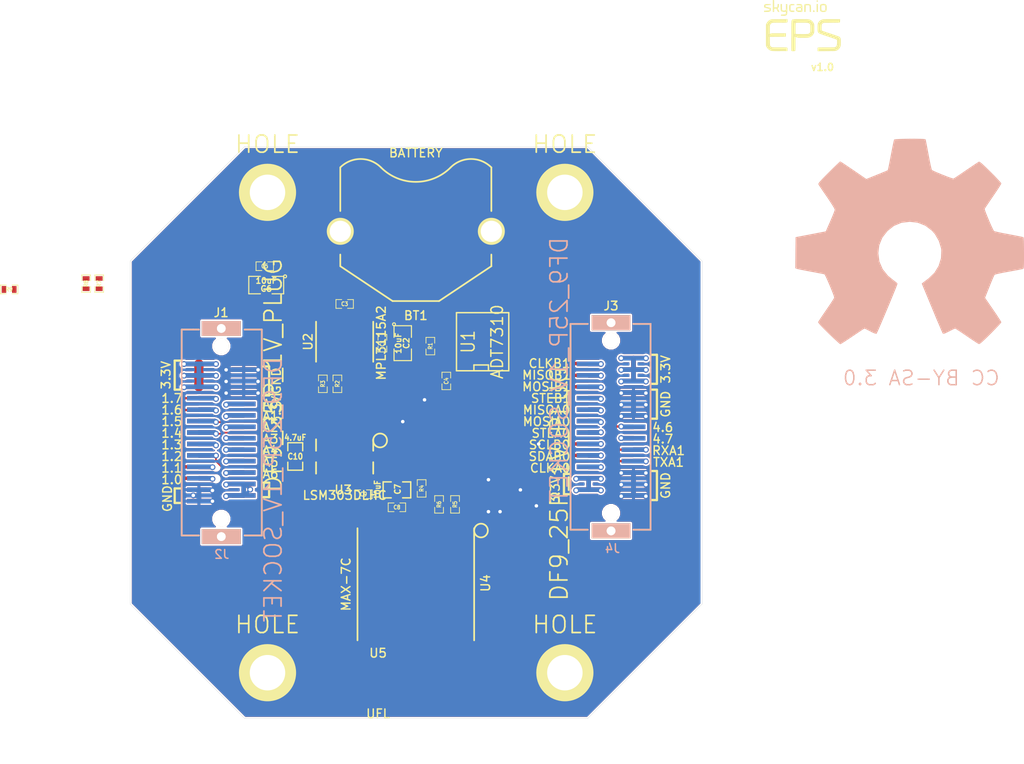
<source format=kicad_pcb>
(kicad_pcb (version 3) (host pcbnew "(2013-09-06 BZR 4312)-stable")
  (title_block (title EPS) (date "10 sept  2013") (rev 1.0) (company Skycan))
  (layers (15 F.Cu signal) (0 B.Cu signal) (18 B.Paste user) (19 F.Paste user) (20 B.SilkS user) (21 F.SilkS user) (22 B.Mask user) (23 F.Mask user) (28 Edge.Cuts user))
  (net 0 "")
  (net 1 +3.3V)
  (net 2 A0)
  (net 3 A1)
  (net 4 A2)
  (net 5 A3)
  (net 6 A4)
  (net 7 A5)
  (net 8 A6)
  (net 9 CLKA0)
  (net 10 CLKB1)
  (net 11 GND)
  (net 12 N-0000018)
  (net 13 N-0000022)
  (net 14 N-0000026)
  (net 15 N-0000028)
  (net 16 N-0000029)
  (net 17 N-0000031)
  (net 18 N-000004)
  (net 19 N-000006)
  (net 20 P1.0)
  (net 21 P1.1)
  (net 22 P1.2)
  (net 23 P1.3)
  (net 24 P1.4)
  (net 25 P1.5)
  (net 26 P1.6)
  (net 27 P1.7)
  (net 28 P4.6)
  (net 29 P4.7)
  (net 30 RXA1)
  (net 31 SCLB0)
  (net 32 SDAB0)
  (net 33 SIMOA0)
  (net 34 SIMOB1)
  (net 35 SOMIA0)
  (net 36 SOMIB1)
  (net 37 STEA0)
  (net 38 STEB1)
  (net 39 TXA1)
  (module DF9-25P-1V-plug (layer F.Cu) (at 106 109 270)
    (fp_text reference J1 (at -4.479 -1.95 360) (layer F.SilkS) (effects (font (size 0.762 0.762) (thickness 0.127))))
    (fp_text value DF9_25P_1V_PLUG (at 1 -6.5 270) (layer F.SilkS) (effects (font (size 1.5 1.5))))
    (pad 1 smd rect (at 0 0 270) (size 0.4 2.08) (layers F.Cu F.Paste F.Mask) (net 1 +3.3V))
    (pad 2 smd rect (at 1 0 270) (size 0.4 2.08) (layers F.Cu F.Paste F.Mask) (net 1 +3.3V))
    (pad 3 smd rect (at 2 0 270) (size 0.4 2.08) (layers F.Cu F.Paste F.Mask) (net 1 +3.3V))
    (pad 4 smd rect (at 3 0 270) (size 0.4 2.08) (layers F.Cu F.Paste F.Mask) (net 27 P1.7))
    (pad 5 smd rect (at 4 0 270) (size 0.4 2.08) (layers F.Cu F.Paste F.Mask) (net 26 P1.6))
    (pad 6 smd rect (at 5 0 270) (size 0.4 2.08) (layers F.Cu F.Paste F.Mask) (net 25 P1.5))
    (pad 7 smd rect (at 6 0 270) (size 0.4 2.08) (layers F.Cu F.Paste F.Mask) (net 24 P1.4))
    (pad 8 smd rect (at 7 0 270) (size 0.4 2.08) (layers F.Cu F.Paste F.Mask) (net 23 P1.3))
    (pad 9 smd rect (at 8 0 270) (size 0.4 2.08) (layers F.Cu F.Paste F.Mask) (net 22 P1.2))
    (pad 10 smd rect (at 9 0 270) (size 0.4 2.08) (layers F.Cu F.Paste F.Mask) (net 21 P1.1))
    (pad 11 smd rect (at 10 0 270) (size 0.4 2.08) (layers F.Cu F.Paste F.Mask) (net 20 P1.0))
    (pad 12 smd rect (at 11 0 270) (size 0.4 2.08) (layers F.Cu F.Paste F.Mask) (net 11 GND))
    (pad 13 smd rect (at 12 0 270) (size 0.4 2.08) (layers F.Cu F.Paste F.Mask) (net 11 GND))
    (pad 14 smd rect (at 11.5 -3.92 270) (size 0.4 2.08) (layers F.Cu F.Paste F.Mask) (net 1 +3.3V))
    (pad 15 smd rect (at 10.5 -3.92 270) (size 0.4 2.08) (layers F.Cu F.Paste F.Mask) (net 1 +3.3V))
    (pad 16 smd rect (at 9.5 -3.92 270) (size 0.4 2.08) (layers F.Cu F.Paste F.Mask) (net 8 A6))
    (pad 17 smd rect (at 8.5 -3.92 270) (size 0.4 2.08) (layers F.Cu F.Paste F.Mask) (net 7 A5))
    (pad 18 smd rect (at 7.5 -3.92 270) (size 0.4 2.08) (layers F.Cu F.Paste F.Mask) (net 6 A4))
    (pad 19 smd rect (at 6.5 -3.92 270) (size 0.4 2.08) (layers F.Cu F.Paste F.Mask) (net 5 A3))
    (pad 20 smd rect (at 5.5 -3.92 270) (size 0.4 2.08) (layers F.Cu F.Paste F.Mask) (net 4 A2))
    (pad 21 smd rect (at 4.5 -3.92 270) (size 0.4 2.08) (layers F.Cu F.Paste F.Mask) (net 3 A1))
    (pad 22 smd rect (at 3.5 -3.92 270) (size 0.4 2.08) (layers F.Cu F.Paste F.Mask) (net 2 A0))
    (pad 23 smd rect (at 2.5 -3.92 270) (size 0.4 2.08) (layers F.Cu F.Paste F.Mask) (net 11 GND))
    (pad 24 smd rect (at 1.5 -3.92 270) (size 0.4 2.08) (layers F.Cu F.Paste F.Mask) (net 11 GND))
    (pad 25 smd rect (at 0.5 -3.92 270) (size 0.4 2.08) (layers F.Cu F.Paste F.Mask) (net 11 GND))
    (pad "" np_thru_hole circle (at -1.55 -1.96 270) (size 1.3 1.3) (drill 1.3) (layers *.Cu *.Mask F.SilkS))
    (pad "" np_thru_hole circle (at 13.55 -1.96 270) (size 1.3 1.3) (drill 1.3) (layers *.Cu *.Mask F.SilkS))
    (pad "" np_thru_hole rect (at -3.1 -1.96 270) (size 1.3 3.4) (drill 0.762) (layers *.Cu *.Mask F.SilkS))
    (pad "" np_thru_hole rect (at 15.1 -1.96 270) (size 1.3 3.4) (drill 0.762) (layers *.Cu *.Mask F.SilkS))
  )
  (module DF9-25P-1V-socket (layer B.Cu) (at 106 121 90)
    (fp_text reference J2 (at -4.649 2.001 180) (layer B.SilkS) (effects (font (size 0.762 0.762) (thickness 0.127)) (justify mirror)))
    (fp_text value DF9_25P_1V_SOCKET (at 1 6.5 90) (layer B.SilkS) (effects (font (size 1.5 1.5)) (justify mirror)))
    (pad 13 smd rect (at 0 0 90) (size 0.4 2.08) (layers B.Cu B.Paste B.Mask) (net 11 GND))
    (pad 12 smd rect (at 1 0 90) (size 0.4 2.08) (layers B.Cu B.Paste B.Mask) (net 11 GND))
    (pad 11 smd rect (at 2 0 90) (size 0.4 2.08) (layers B.Cu B.Paste B.Mask) (net 20 P1.0))
    (pad 10 smd rect (at 3 0 90) (size 0.4 2.08) (layers B.Cu B.Paste B.Mask) (net 21 P1.1))
    (pad 9 smd rect (at 4 0 90) (size 0.4 2.08) (layers B.Cu B.Paste B.Mask) (net 22 P1.2))
    (pad 8 smd rect (at 5 0 90) (size 0.4 2.08) (layers B.Cu B.Paste B.Mask) (net 23 P1.3))
    (pad 7 smd rect (at 6 0 90) (size 0.4 2.08) (layers B.Cu B.Paste B.Mask) (net 24 P1.4))
    (pad 6 smd rect (at 7 0 90) (size 0.4 2.08) (layers B.Cu B.Paste B.Mask) (net 25 P1.5))
    (pad 5 smd rect (at 8 0 90) (size 0.4 2.08) (layers B.Cu B.Paste B.Mask) (net 26 P1.6))
    (pad 4 smd rect (at 9 0 90) (size 0.4 2.08) (layers B.Cu B.Paste B.Mask) (net 27 P1.7))
    (pad 3 smd rect (at 10 0 90) (size 0.4 2.08) (layers B.Cu B.Paste B.Mask) (net 1 +3.3V))
    (pad 2 smd rect (at 11 0 90) (size 0.4 2.08) (layers B.Cu B.Paste B.Mask) (net 1 +3.3V))
    (pad 1 smd rect (at 12 0 90) (size 0.4 2.08) (layers B.Cu B.Paste B.Mask) (net 1 +3.3V))
    (pad 25 smd rect (at 11.5 3.92 90) (size 0.4 2.08) (layers B.Cu B.Paste B.Mask) (net 11 GND))
    (pad 24 smd rect (at 10.5 3.92 90) (size 0.4 2.08) (layers B.Cu B.Paste B.Mask) (net 11 GND))
    (pad 23 smd rect (at 9.5 3.92 90) (size 0.4 2.08) (layers B.Cu B.Paste B.Mask) (net 11 GND))
    (pad 22 smd rect (at 8.5 3.92 90) (size 0.4 2.08) (layers B.Cu B.Paste B.Mask) (net 2 A0))
    (pad 21 smd rect (at 7.5 3.92 90) (size 0.4 2.08) (layers B.Cu B.Paste B.Mask) (net 3 A1))
    (pad 20 smd rect (at 6.5 3.92 90) (size 0.4 2.08) (layers B.Cu B.Paste B.Mask) (net 4 A2))
    (pad 19 smd rect (at 5.5 3.92 90) (size 0.4 2.08) (layers B.Cu B.Paste B.Mask) (net 5 A3))
    (pad 18 smd rect (at 4.5 3.92 90) (size 0.4 2.08) (layers B.Cu B.Paste B.Mask) (net 6 A4))
    (pad 17 smd rect (at 3.5 3.92 90) (size 0.4 2.08) (layers B.Cu B.Paste B.Mask) (net 7 A5))
    (pad 16 smd rect (at 2.5 3.92 90) (size 0.4 2.08) (layers B.Cu B.Paste B.Mask) (net 8 A6))
    (pad 15 smd rect (at 1.5 3.92 90) (size 0.4 2.08) (layers B.Cu B.Paste B.Mask) (net 1 +3.3V))
    (pad 14 smd rect (at 0.5 3.92 90) (size 0.4 2.08) (layers B.Cu B.Paste B.Mask) (net 1 +3.3V))
    (pad "" np_thru_hole circle (at -1.55 1.96 90) (size 1.3 1.3) (drill 1.3) (layers *.Cu *.Mask B.SilkS))
    (pad "" np_thru_hole circle (at 13.55 1.96 90) (size 1.3 1.3) (drill 1.3) (layers *.Cu *.Mask B.SilkS))
    (pad "" np_thru_hole rect (at -3.1 1.96 90) (size 1.3 3.4) (drill 0.762) (layers *.Cu *.Mask B.SilkS))
    (pad "" np_thru_hole rect (at 15.1 1.96 90) (size 1.3 3.4) (drill 0.762) (layers *.Cu *.Mask B.SilkS))
  )
  (module DF9-25P-1V-plug (layer F.Cu) (at 144 120.5 90)
    (fp_text reference J3 (at 16.568 -1.963 180) (layer F.SilkS) (effects (font (size 0.762 0.762) (thickness 0.127))))
    (fp_text value DF9_25P_1V_PLUG (at 1 -6.5 90) (layer F.SilkS) (effects (font (size 1.5 1.5))))
    (pad 1 smd rect (at 0 0 90) (size 0.4 2.08) (layers F.Cu F.Paste F.Mask) (net 11 GND))
    (pad 2 smd rect (at 1 0 90) (size 0.4 2.08) (layers F.Cu F.Paste F.Mask) (net 11 GND))
    (pad 3 smd rect (at 2 0 90) (size 0.4 2.08) (layers F.Cu F.Paste F.Mask) (net 11 GND))
    (pad 4 smd rect (at 3 0 90) (size 0.4 2.08) (layers F.Cu F.Paste F.Mask) (net 39 TXA1))
    (pad 5 smd rect (at 4 0 90) (size 0.4 2.08) (layers F.Cu F.Paste F.Mask) (net 30 RXA1))
    (pad 6 smd rect (at 5 0 90) (size 0.4 2.08) (layers F.Cu F.Paste F.Mask) (net 29 P4.7))
    (pad 7 smd rect (at 6 0 90) (size 0.4 2.08) (layers F.Cu F.Paste F.Mask) (net 28 P4.6))
    (pad 8 smd rect (at 7 0 90) (size 0.4 2.08) (layers F.Cu F.Paste F.Mask) (net 11 GND))
    (pad 9 smd rect (at 8 0 90) (size 0.4 2.08) (layers F.Cu F.Paste F.Mask) (net 11 GND))
    (pad 10 smd rect (at 9 0 90) (size 0.4 2.08) (layers F.Cu F.Paste F.Mask) (net 11 GND))
    (pad 11 smd rect (at 10 0 90) (size 0.4 2.08) (layers F.Cu F.Paste F.Mask) (net 1 +3.3V))
    (pad 12 smd rect (at 11 0 90) (size 0.4 2.08) (layers F.Cu F.Paste F.Mask) (net 1 +3.3V))
    (pad 13 smd rect (at 12 0 90) (size 0.4 2.08) (layers F.Cu F.Paste F.Mask) (net 1 +3.3V))
    (pad 14 smd rect (at 11.5 -3.92 90) (size 0.4 2.08) (layers F.Cu F.Paste F.Mask) (net 10 CLKB1))
    (pad 15 smd rect (at 10.5 -3.92 90) (size 0.4 2.08) (layers F.Cu F.Paste F.Mask) (net 36 SOMIB1))
    (pad 16 smd rect (at 9.5 -3.92 90) (size 0.4 2.08) (layers F.Cu F.Paste F.Mask) (net 34 SIMOB1))
    (pad 17 smd rect (at 8.5 -3.92 90) (size 0.4 2.08) (layers F.Cu F.Paste F.Mask) (net 38 STEB1))
    (pad 18 smd rect (at 7.5 -3.92 90) (size 0.4 2.08) (layers F.Cu F.Paste F.Mask) (net 35 SOMIA0))
    (pad 19 smd rect (at 6.5 -3.92 90) (size 0.4 2.08) (layers F.Cu F.Paste F.Mask) (net 33 SIMOA0))
    (pad 20 smd rect (at 5.5 -3.92 90) (size 0.4 2.08) (layers F.Cu F.Paste F.Mask) (net 37 STEA0))
    (pad 21 smd rect (at 4.5 -3.92 90) (size 0.4 2.08) (layers F.Cu F.Paste F.Mask) (net 31 SCLB0))
    (pad 22 smd rect (at 3.5 -3.92 90) (size 0.4 2.08) (layers F.Cu F.Paste F.Mask) (net 32 SDAB0))
    (pad 23 smd rect (at 2.5 -3.92 90) (size 0.4 2.08) (layers F.Cu F.Paste F.Mask) (net 9 CLKA0))
    (pad 24 smd rect (at 1.5 -3.92 90) (size 0.4 2.08) (layers F.Cu F.Paste F.Mask) (net 1 +3.3V))
    (pad 25 smd rect (at 0.5 -3.92 90) (size 0.4 2.08) (layers F.Cu F.Paste F.Mask) (net 1 +3.3V))
    (pad "" np_thru_hole circle (at -1.55 -1.96 90) (size 1.3 1.3) (drill 1.3) (layers *.Cu *.Mask F.SilkS))
    (pad "" np_thru_hole circle (at 13.55 -1.96 90) (size 1.3 1.3) (drill 1.3) (layers *.Cu *.Mask F.SilkS))
    (pad "" np_thru_hole rect (at -3.1 -1.96 90) (size 1.3 3.4) (drill 0.762) (layers *.Cu *.Mask F.SilkS))
    (pad "" np_thru_hole rect (at 15.1 -1.96 90) (size 1.3 3.4) (drill 0.762) (layers *.Cu *.Mask F.SilkS))
  )
  (module DF9-25P-1V-socket (layer B.Cu) (at 144 108.5 270)
    (fp_text reference J4 (at 16.641 1.836 360) (layer B.SilkS) (effects (font (size 0.762 0.762) (thickness 0.127)) (justify mirror)))
    (fp_text value DF9_25P_1V_SOCKET (at 1 6.5 270) (layer B.SilkS) (effects (font (size 1.5 1.5)) (justify mirror)))
    (pad 13 smd rect (at 0 0 270) (size 0.4 2.08) (layers B.Cu B.Paste B.Mask) (net 1 +3.3V))
    (pad 12 smd rect (at 1 0 270) (size 0.4 2.08) (layers B.Cu B.Paste B.Mask) (net 1 +3.3V))
    (pad 11 smd rect (at 2 0 270) (size 0.4 2.08) (layers B.Cu B.Paste B.Mask) (net 1 +3.3V))
    (pad 10 smd rect (at 3 0 270) (size 0.4 2.08) (layers B.Cu B.Paste B.Mask) (net 11 GND))
    (pad 9 smd rect (at 4 0 270) (size 0.4 2.08) (layers B.Cu B.Paste B.Mask) (net 11 GND))
    (pad 8 smd rect (at 5 0 270) (size 0.4 2.08) (layers B.Cu B.Paste B.Mask) (net 11 GND))
    (pad 7 smd rect (at 6 0 270) (size 0.4 2.08) (layers B.Cu B.Paste B.Mask) (net 28 P4.6))
    (pad 6 smd rect (at 7 0 270) (size 0.4 2.08) (layers B.Cu B.Paste B.Mask) (net 29 P4.7))
    (pad 5 smd rect (at 8 0 270) (size 0.4 2.08) (layers B.Cu B.Paste B.Mask) (net 30 RXA1))
    (pad 4 smd rect (at 9 0 270) (size 0.4 2.08) (layers B.Cu B.Paste B.Mask) (net 39 TXA1))
    (pad 3 smd rect (at 10 0 270) (size 0.4 2.08) (layers B.Cu B.Paste B.Mask) (net 11 GND))
    (pad 2 smd rect (at 11 0 270) (size 0.4 2.08) (layers B.Cu B.Paste B.Mask) (net 11 GND))
    (pad 1 smd rect (at 12 0 270) (size 0.4 2.08) (layers B.Cu B.Paste B.Mask) (net 11 GND))
    (pad 25 smd rect (at 11.5 3.92 270) (size 0.4 2.08) (layers B.Cu B.Paste B.Mask) (net 1 +3.3V))
    (pad 24 smd rect (at 10.5 3.92 270) (size 0.4 2.08) (layers B.Cu B.Paste B.Mask) (net 1 +3.3V))
    (pad 23 smd rect (at 9.5 3.92 270) (size 0.4 2.08) (layers B.Cu B.Paste B.Mask) (net 9 CLKA0))
    (pad 22 smd rect (at 8.5 3.92 270) (size 0.4 2.08) (layers B.Cu B.Paste B.Mask) (net 32 SDAB0))
    (pad 21 smd rect (at 7.5 3.92 270) (size 0.4 2.08) (layers B.Cu B.Paste B.Mask) (net 31 SCLB0))
    (pad 20 smd rect (at 6.5 3.92 270) (size 0.4 2.08) (layers B.Cu B.Paste B.Mask) (net 37 STEA0))
    (pad 19 smd rect (at 5.5 3.92 270) (size 0.4 2.08) (layers B.Cu B.Paste B.Mask) (net 33 SIMOA0))
    (pad 18 smd rect (at 4.5 3.92 270) (size 0.4 2.08) (layers B.Cu B.Paste B.Mask) (net 35 SOMIA0))
    (pad 17 smd rect (at 3.5 3.92 270) (size 0.4 2.08) (layers B.Cu B.Paste B.Mask) (net 38 STEB1))
    (pad 16 smd rect (at 2.5 3.92 270) (size 0.4 2.08) (layers B.Cu B.Paste B.Mask) (net 34 SIMOB1))
    (pad 15 smd rect (at 1.5 3.92 270) (size 0.4 2.08) (layers B.Cu B.Paste B.Mask) (net 36 SOMIB1))
    (pad 14 smd rect (at 0.5 3.92 270) (size 0.4 2.08) (layers B.Cu B.Paste B.Mask) (net 10 CLKB1))
    (pad "" np_thru_hole circle (at -1.55 1.96 270) (size 1.3 1.3) (drill 1.3) (layers *.Cu *.Mask B.SilkS))
    (pad "" np_thru_hole circle (at 13.55 1.96 270) (size 1.3 1.3) (drill 1.3) (layers *.Cu *.Mask B.SilkS))
    (pad "" np_thru_hole rect (at -3.1 1.96 270) (size 1.3 3.4) (drill 0.762) (layers *.Cu *.Mask B.SilkS))
    (pad "" np_thru_hole rect (at 15.1 1.96 270) (size 1.3 3.4) (drill 0.762) (layers *.Cu *.Mask B.SilkS))
  )
  (module OSHW-logo_silkscreen-front_20mm (layer B.Cu) (at 168.148 98.298)
    (fp_text reference G*** hide)
    (fp_text value OSHW-logo_silkscreen-front_20mm hide)
  )
  (module skycan-eps-logo (layer F.Cu) (at 159.766 78.994)
    (fp_text reference VAL hide)
    (fp_text value skycan-eps-logo hide)
  )
  (module mountinghole-3mm (layer F.Cu) (at 112 94)
    (fp_text reference H1 hide)
    (fp_text value HOLE (at 0 -4.2) (layer F.SilkS) (effects (font (size 1.5 1.5))))
    (pad 1 thru_hole circle (at 0 0) (size 5 5) (drill 3.1) (layers *.Cu *.Mask F.SilkS) (net 11 GND))
  )
  (module mountinghole-3mm (layer F.Cu) (at 138 94)
    (fp_text reference H2 hide)
    (fp_text value HOLE (at 0 -4.2) (layer F.SilkS) (effects (font (size 1.5 1.5))))
    (pad 1 thru_hole circle (at 0 0) (size 5 5) (drill 3.1) (layers *.Cu *.Mask F.SilkS) (net 11 GND))
  )
  (module mountinghole-3mm (layer F.Cu) (at 138 136)
    (fp_text reference H3 hide)
    (fp_text value HOLE (at 0 -4.2) (layer F.SilkS) (effects (font (size 1.5 1.5))))
    (pad 1 thru_hole circle (at 0 0) (size 5 5) (drill 3.1) (layers *.Cu *.Mask F.SilkS) (net 11 GND))
  )
  (module mountinghole-3mm (layer F.Cu) (at 112 136)
    (fp_text reference H4 hide)
    (fp_text value HOLE (at 0 -4.2) (layer F.SilkS) (effects (font (size 1.5 1.5))))
    (pad 1 thru_hole circle (at 0 0) (size 5 5) (drill 3.1) (layers *.Cu *.Mask F.SilkS) (net 11 GND))
  )
  (module COINCELL3001 (layer F.Cu) (at 124.968 97.409)
    (fp_text reference BT1 (at 0 7.366) (layer F.SilkS) (effects (font (size 0.762 0.762) (thickness 0.127))))
    (fp_text value BATTERY (at 0 -6.858) (layer F.SilkS) (effects (font (size 0.762 0.762) (thickness 0.127))))
    (pad 2 thru_hole circle (at -6.604 0) (size 2.3622 2.3622) (drill 1.8542) (layers *.Cu *.Mask F.SilkS) (net 11 GND))
    (pad 2 thru_hole circle (at 6.604 0) (size 2.3622 2.3622) (drill 1.8542) (layers *.Cu *.Mask F.SilkS) (net 11 GND))
    (pad 1 smd circle (at 0 0) (size 3.81 3.81) (layers F.Cu F.Paste F.Mask) (net 13 N-0000022))
  )
  (module SM0402_c (layer F.Cu) (at 122.047 107.188 270)
    (fp_text reference C1 (at 0 0 270) (layer F.SilkS) (effects (font (size 0.35052 0.3048) (thickness 0.07112))))
    (fp_text value 100nF hide)
    (pad 1 smd rect (at -0.44958 0 270) (size 0.39878 0.59944) (layers F.Cu F.Paste F.Mask) (net 1 +3.3V))
    (pad 2 smd rect (at 0.44958 0 270) (size 0.39878 0.59944) (layers F.Cu F.Paste F.Mask) (net 11 GND))
  )
  (module SM0805 (layer F.Cu) (at 123.825 107.188 270)
    (fp_text reference C2 (at 0 -0.3175 270) (layer F.SilkS) (effects (font (size 0.50038 0.50038) (thickness 0.10922))))
    (fp_text value 10uF (at 0 0.381 270) (layer F.SilkS) (effects (font (size 0.50038 0.50038) (thickness 0.10922))))
    (pad 1 smd rect (at -0.9525 0 270) (size 0.889 1.397) (layers F.Cu F.Paste F.Mask) (net 1 +3.3V))
    (pad 2 smd rect (at 0.9525 0 270) (size 0.889 1.397) (layers F.Cu F.Paste F.Mask) (net 11 GND))
  )
  (module SM0402_c (layer F.Cu) (at 118.745 103.759 180)
    (fp_text reference C3 (at 0 0 180) (layer F.SilkS) (effects (font (size 0.35052 0.3048) (thickness 0.07112))))
    (fp_text value 100nF hide)
    (pad 1 smd rect (at -0.44958 0 180) (size 0.39878 0.59944) (layers F.Cu F.Paste F.Mask) (net 16 N-0000029))
    (pad 2 smd rect (at 0.44958 0 180) (size 0.39878 0.59944) (layers F.Cu F.Paste F.Mask) (net 11 GND))
  )
  (module SM0402_c (layer F.Cu) (at 127.635 110.49 270)
    (fp_text reference C4 (at 0 0 270) (layer F.SilkS) (effects (font (size 0.35052 0.3048) (thickness 0.07112))))
    (fp_text value 100nF hide)
    (pad 1 smd rect (at -0.44958 0 270) (size 0.39878 0.59944) (layers F.Cu F.Paste F.Mask) (net 1 +3.3V))
    (pad 2 smd rect (at 0.44958 0 270) (size 0.39878 0.59944) (layers F.Cu F.Paste F.Mask) (net 11 GND))
  )
  (module SM0402_c (layer F.Cu) (at 111.76 100.457 180)
    (fp_text reference C5 (at 0 0 180) (layer F.SilkS) (effects (font (size 0.35052 0.3048) (thickness 0.07112))))
    (fp_text value 100nF hide)
    (pad 1 smd rect (at -0.44958 0 180) (size 0.39878 0.59944) (layers F.Cu F.Paste F.Mask) (net 1 +3.3V))
    (pad 2 smd rect (at 0.44958 0 180) (size 0.39878 0.59944) (layers F.Cu F.Paste F.Mask) (net 11 GND))
  )
  (module SM0805 (layer F.Cu) (at 111.887 102.108 180)
    (fp_text reference C6 (at 0 -0.3175 180) (layer F.SilkS) (effects (font (size 0.50038 0.50038) (thickness 0.10922))))
    (fp_text value 10uF (at 0 0.381 180) (layer F.SilkS) (effects (font (size 0.50038 0.50038) (thickness 0.10922))))
    (pad 1 smd rect (at -0.9525 0 180) (size 0.889 1.397) (layers F.Cu F.Paste F.Mask) (net 1 +3.3V))
    (pad 2 smd rect (at 0.9525 0 180) (size 0.889 1.397) (layers F.Cu F.Paste F.Mask) (net 11 GND))
  )
  (module SM0603_Resistor (layer F.Cu) (at 123.317 120.015)
    (fp_text reference C7 (at 0.0635 -0.0635 90) (layer F.SilkS) (effects (font (size 0.50038 0.4572) (thickness 0.1143))))
    (fp_text value 10uF (at -1.69926 0 90) (layer F.SilkS) (effects (font (size 0.508 0.4572) (thickness 0.1143))))
    (pad 1 smd rect (at -0.762 0) (size 0.635 1.143) (layers F.Cu F.Paste F.Mask) (net 1 +3.3V))
    (pad 2 smd rect (at 0.762 0) (size 0.635 1.143) (layers F.Cu F.Paste F.Mask) (net 11 GND))
  )
  (module SM0402_c (layer F.Cu) (at 123.317 121.539)
    (fp_text reference C8 (at 0 0) (layer F.SilkS) (effects (font (size 0.35052 0.3048) (thickness 0.07112))))
    (fp_text value 100nF hide)
    (pad 1 smd rect (at -0.44958 0) (size 0.39878 0.59944) (layers F.Cu F.Paste F.Mask) (net 1 +3.3V))
    (pad 2 smd rect (at 0.44958 0) (size 0.39878 0.59944) (layers F.Cu F.Paste F.Mask) (net 11 GND))
  )
  (module SM0402_c (layer F.Cu) (at 120.396 120.396 180)
    (fp_text reference C9 (at 0 0 180) (layer F.SilkS) (effects (font (size 0.35052 0.3048) (thickness 0.07112))))
    (fp_text value 220nF hide)
    (pad 1 smd rect (at -0.44958 0 180) (size 0.39878 0.59944) (layers F.Cu F.Paste F.Mask) (net 14 N-0000026))
    (pad 2 smd rect (at 0.44958 0 180) (size 0.39878 0.59944) (layers F.Cu F.Paste F.Mask) (net 17 N-0000031))
  )
  (module SM0603_Capa (layer F.Cu) (at 114.427 117.094 270)
    (fp_text reference C10 (at 0 0 360) (layer F.SilkS) (effects (font (size 0.508 0.4572) (thickness 0.1143))))
    (fp_text value 4.7uF (at -1.651 0 360) (layer F.SilkS) (effects (font (size 0.508 0.4572) (thickness 0.1143))))
    (pad 1 smd rect (at -0.762 0 270) (size 0.635 1.143) (layers F.Cu F.Paste F.Mask) (net 15 N-0000028))
    (pad 2 smd rect (at 0.762 0 270) (size 0.635 1.143) (layers F.Cu F.Paste F.Mask) (net 11 GND))
  )
  (module SM0402_r (layer F.Cu) (at 126.238 107.442 90)
    (fp_text reference R1 (at 0 0 90) (layer F.SilkS) (effects (font (size 0.35052 0.3048) (thickness 0.07112))))
    (fp_text value 4.7k hide)
    (pad 1 smd rect (at -0.44958 0 90) (size 0.39878 0.59944) (layers F.Cu F.Paste F.Mask) (net 23 P1.3))
    (pad 2 smd rect (at 0.44958 0 90) (size 0.39878 0.59944) (layers F.Cu F.Paste F.Mask) (net 1 +3.3V))
  )
  (module SM0402_r (layer F.Cu) (at 118.11 110.744 270)
    (fp_text reference R2 (at 0 0 270) (layer F.SilkS) (effects (font (size 0.35052 0.3048) (thickness 0.07112))))
    (fp_text value 4.7k hide)
    (pad 1 smd rect (at -0.44958 0 270) (size 0.39878 0.59944) (layers F.Cu F.Paste F.Mask) (net 26 P1.6))
    (pad 2 smd rect (at 0.44958 0 270) (size 0.39878 0.59944) (layers F.Cu F.Paste F.Mask) (net 1 +3.3V))
  )
  (module SM0402_r (layer F.Cu) (at 116.84 110.744 270)
    (fp_text reference R3 (at 0 0 270) (layer F.SilkS) (effects (font (size 0.35052 0.3048) (thickness 0.07112))))
    (fp_text value 4.7k hide)
    (pad 1 smd rect (at -0.44958 0 270) (size 0.39878 0.59944) (layers F.Cu F.Paste F.Mask) (net 27 P1.7))
    (pad 2 smd rect (at 0.44958 0 270) (size 0.39878 0.59944) (layers F.Cu F.Paste F.Mask) (net 1 +3.3V))
  )
  (module SM0402_r (layer F.Cu) (at 125.476 119.888 90)
    (fp_text reference R4 (at 0 0 90) (layer F.SilkS) (effects (font (size 0.35052 0.3048) (thickness 0.07112))))
    (fp_text value 4.7k hide)
    (pad 1 smd rect (at -0.44958 0 90) (size 0.39878 0.59944) (layers F.Cu F.Paste F.Mask) (net 20 P1.0))
    (pad 2 smd rect (at 0.44958 0 90) (size 0.39878 0.59944) (layers F.Cu F.Paste F.Mask) (net 1 +3.3V))
  )
  (module SM0402_r (layer F.Cu) (at 128.397 121.285 90)
    (fp_text reference R5 (at 0 0 90) (layer F.SilkS) (effects (font (size 0.35052 0.3048) (thickness 0.07112))))
    (fp_text value 330R hide)
    (pad 1 smd rect (at -0.44958 0 90) (size 0.39878 0.59944) (layers F.Cu F.Paste F.Mask) (net 18 N-000004))
    (pad 2 smd rect (at 0.44958 0 90) (size 0.39878 0.59944) (layers F.Cu F.Paste F.Mask) (net 30 RXA1))
  )
  (module SM0402_r (layer F.Cu) (at 127 121.285 90)
    (fp_text reference R6 (at 0 0 90) (layer F.SilkS) (effects (font (size 0.35052 0.3048) (thickness 0.07112))))
    (fp_text value 330R hide)
    (pad 1 smd rect (at -0.44958 0 90) (size 0.39878 0.59944) (layers F.Cu F.Paste F.Mask) (net 19 N-000006))
    (pad 2 smd rect (at 0.44958 0 90) (size 0.39878 0.59944) (layers F.Cu F.Paste F.Mask) (net 39 TXA1))
  )
  (module SM0402_r (layer F.Cu) (at 97.282 101.981 90)
    (fp_text reference R7 (at 0 0 90) (layer F.SilkS) (effects (font (size 0.35052 0.3048) (thickness 0.07112))))
    (fp_text value 4.7k hide)
    (pad 1 smd rect (at -0.44958 0 90) (size 0.39878 0.59944) (layers F.Cu F.Paste F.Mask) (net 25 P1.5))
    (pad 2 smd rect (at 0.44958 0 90) (size 0.39878 0.59944) (layers F.Cu F.Paste F.Mask) (net 1 +3.3V))
  )
  (module SM0402_r (layer F.Cu) (at 96.139 101.981 90)
    (fp_text reference R8 (at 0 0 90) (layer F.SilkS) (effects (font (size 0.35052 0.3048) (thickness 0.07112))))
    (fp_text value 4.7k hide)
    (pad 1 smd rect (at -0.44958 0 90) (size 0.39878 0.59944) (layers F.Cu F.Paste F.Mask) (net 24 P1.4))
    (pad 2 smd rect (at 0.44958 0 90) (size 0.39878 0.59944) (layers F.Cu F.Paste F.Mask) (net 1 +3.3V))
  )
  (module SM0402_r (layer F.Cu) (at 89.408 102.489 180)
    (fp_text reference R9 (at 0 0 180) (layer F.SilkS) (effects (font (size 0.35052 0.3048) (thickness 0.07112))))
    (fp_text value 4.7k hide)
    (pad 1 smd rect (at -0.44958 0 180) (size 0.39878 0.59944) (layers F.Cu F.Paste F.Mask) (net 22 P1.2))
    (pad 2 smd rect (at 0.44958 0 180) (size 0.39878 0.59944) (layers F.Cu F.Paste F.Mask) (net 1 +3.3V))
  )
  (module SO8N (layer F.Cu) (at 130.81 107.061 90)
    (fp_text reference U1 (at 0 -1.27 90) (layer F.SilkS) (effects (font (size 1.143 1.016) (thickness 0.127))))
    (fp_text value ADT7310 (at 0 1.27 90) (layer F.SilkS) (effects (font (size 1.016 1.016) (thickness 0.127))))
    (pad 8 smd rect (at -1.905 -3.175 90) (size 0.508 1.143) (layers F.Cu F.Paste F.Mask) (net 1 +3.3V))
    (pad 7 smd rect (at -0.635 -3.175 90) (size 0.508 1.143) (layers F.Cu F.Paste F.Mask) (net 11 GND))
    (pad 6 smd rect (at 0.635 -3.175 90) (size 0.508 1.143) (layers F.Cu F.Paste F.Mask))
    (pad 5 smd rect (at 1.905 -3.175 90) (size 0.508 1.143) (layers F.Cu F.Paste F.Mask) (net 23 P1.3))
    (pad 4 smd rect (at 1.905 3.175 90) (size 0.508 1.143) (layers F.Cu F.Paste F.Mask) (net 28 P4.6))
    (pad 3 smd rect (at 0.635 3.175 90) (size 0.508 1.143) (layers F.Cu F.Paste F.Mask) (net 34 SIMOB1))
    (pad 2 smd rect (at -0.635 3.175 90) (size 0.508 1.143) (layers F.Cu F.Paste F.Mask) (net 36 SOMIB1))
    (pad 1 smd rect (at -1.905 3.175 90) (size 0.508 1.143) (layers F.Cu F.Paste F.Mask) (net 10 CLKB1))
  )
  (module LGA8 (layer F.Cu) (at 118.745 107.061 270)
    (fp_text reference U2 (at 0 3.2 270) (layer F.SilkS) (effects (font (size 0.762 0.762) (thickness 0.127))))
    (fp_text value MPL3115A2 (at 0.1 -3.2 270) (layer F.SilkS) (effects (font (size 0.762 0.762) (thickness 0.127))))
    (pad 1 smd rect (at -1.4 -1.875 270) (size 1.8 0.7) (layers F.Cu F.Paste F.Mask) (net 1 +3.3V))
    (pad 2 smd rect (at -1.4 -0.625 270) (size 1.8 0.7) (layers F.Cu F.Paste F.Mask) (net 16 N-0000029))
    (pad 3 smd rect (at -1.4 0.625 270) (size 1.8 0.7) (layers F.Cu F.Paste F.Mask) (net 11 GND))
    (pad 4 smd rect (at -1.4 1.875 270) (size 1.8 0.7) (layers F.Cu F.Paste F.Mask) (net 1 +3.3V))
    (pad 5 smd rect (at 1.4 1.875 270) (size 1.8 0.7) (layers F.Cu F.Paste F.Mask) (net 27 P1.7))
    (pad 6 smd rect (at 1.4 0.625 270) (size 1.8 0.7) (layers F.Cu F.Paste F.Mask) (net 26 P1.6))
    (pad 7 smd rect (at 1.4 -0.625 270) (size 1.8 0.7) (layers F.Cu F.Paste F.Mask) (net 32 SDAB0))
    (pad 8 smd rect (at 1.4 -1.875 270) (size 1.8 0.7) (layers F.Cu F.Paste F.Mask) (net 31 SCLB0))
  )
  (module LGA14L (layer F.Cu) (at 118.745 117.094 180)
    (fp_text reference U3 (at 0.127 -2.921 180) (layer F.SilkS) (effects (font (size 0.762 0.762) (thickness 0.127))))
    (fp_text value LSM303DLHC (at 0 -3.4 180) (layer F.SilkS) (effects (font (size 0.762 0.762) (thickness 0.127))))
    (pad 1 smd rect (at -2 1.4 180) (size 0.5 1.6) (layers F.Cu F.Paste F.Mask) (net 1 +3.3V))
    (pad 2 smd rect (at -1.2 1.4 180) (size 0.5 1.6) (layers F.Cu F.Paste F.Mask) (net 31 SCLB0))
    (pad 3 smd rect (at -0.4 1.4 180) (size 0.5 1.6) (layers F.Cu F.Paste F.Mask) (net 32 SDAB0))
    (pad 4 smd rect (at 0.4 1.4 180) (size 0.5 1.6) (layers F.Cu F.Paste F.Mask) (net 25 P1.5))
    (pad 5 smd rect (at 1.2 1.4 180) (size 0.5 1.6) (layers F.Cu F.Paste F.Mask) (net 24 P1.4))
    (pad 6 smd rect (at 2 1.4 180) (size 0.5 1.6) (layers F.Cu F.Paste F.Mask) (net 15 N-0000028))
    (pad 7 smd rect (at 2.3 0 180) (size 1.6 0.5) (layers F.Cu F.Paste F.Mask) (net 11 GND))
    (pad 8 smd rect (at 2 -1.4 180) (size 0.5 1.6) (layers F.Cu F.Paste F.Mask))
    (pad 9 smd rect (at 1.2 -1.4 180) (size 0.5 1.6) (layers F.Cu F.Paste F.Mask) (net 22 P1.2))
    (pad 10 smd rect (at 0.4 -1.4 180) (size 0.5 1.6) (layers F.Cu F.Paste F.Mask) (net 11 GND))
    (pad 11 smd rect (at -0.4 -1.4 180) (size 0.5 1.6) (layers F.Cu F.Paste F.Mask) (net 11 GND))
    (pad 12 smd rect (at -1.2 -1.4 180) (size 0.5 1.6) (layers F.Cu F.Paste F.Mask) (net 17 N-0000031))
    (pad 13 smd rect (at -2 -1.4 180) (size 0.5 1.6) (layers F.Cu F.Paste F.Mask) (net 14 N-0000026))
    (pad 14 smd rect (at -2.3 0 180) (size 1.6 0.5) (layers F.Cu F.Paste F.Mask) (net 1 +3.3V))
  )
  (module MAX7 (layer F.Cu) (at 124.968 128.27 90)
    (fp_text reference U4 (at 0.1 6.1 90) (layer F.SilkS) (effects (font (size 0.762 0.762) (thickness 0.127))))
    (fp_text value MAX-7C (at 0 -6.1 90) (layer F.SilkS) (effects (font (size 0.762 0.762) (thickness 0.127))))
    (pad 1 smd rect (at 4.7 4.4 90) (size 1.6 0.8) (layers F.Cu F.Paste F.Mask) (net 11 GND))
    (pad 2 smd rect (at 4.7 3.3 90) (size 1.6 0.8) (layers F.Cu F.Paste F.Mask) (net 18 N-000004))
    (pad 3 smd rect (at 4.7 2.2 90) (size 1.6 0.8) (layers F.Cu F.Paste F.Mask) (net 19 N-000006))
    (pad 4 smd rect (at 4.7 1.1 90) (size 1.6 0.8) (layers F.Cu F.Paste F.Mask) (net 21 P1.1))
    (pad 5 smd rect (at 4.7 0 90) (size 1.6 0.8) (layers F.Cu F.Paste F.Mask) (net 20 P1.0))
    (pad 6 smd rect (at 4.7 -1.1 90) (size 1.6 0.8) (layers F.Cu F.Paste F.Mask) (net 13 N-0000022))
    (pad 7 smd rect (at 4.7 -2.2 90) (size 1.6 0.8) (layers F.Cu F.Paste F.Mask) (net 1 +3.3V))
    (pad 8 smd rect (at 4.7 -3.3 90) (size 1.6 0.8) (layers F.Cu F.Paste F.Mask) (net 1 +3.3V))
    (pad 9 smd rect (at 4.7 -4.4 90) (size 1.6 0.8) (layers F.Cu F.Paste F.Mask))
    (pad 10 smd rect (at -4.7 -4.4 90) (size 1.6 0.8) (layers F.Cu F.Paste F.Mask) (net 11 GND))
    (pad 11 smd rect (at -4.7 -3.3 90) (size 1.6 0.8) (layers F.Cu F.Paste F.Mask) (net 12 N-0000018))
    (pad 12 smd rect (at -4.7 -2.2 90) (size 1.6 0.8) (layers F.Cu F.Paste F.Mask) (net 11 GND))
    (pad 13 smd rect (at -4.7 -1.1 90) (size 1.6 0.8) (layers F.Cu F.Paste F.Mask))
    (pad 14 smd rect (at -4.7 0 90) (size 1.6 0.8) (layers F.Cu F.Paste F.Mask))
    (pad 15 smd rect (at -4.7 1.1 90) (size 1.6 0.8) (layers F.Cu F.Paste F.Mask))
    (pad 16 smd rect (at -4.7 2.2 90) (size 1.6 0.8) (layers F.Cu F.Paste F.Mask) (net 32 SDAB0))
    (pad 17 smd rect (at -4.7 3.3 90) (size 1.6 0.8) (layers F.Cu F.Paste F.Mask) (net 31 SCLB0))
    (pad 18 smd rect (at -4.7 4.4 90) (size 1.6 0.8) (layers F.Cu F.Paste F.Mask))
  )
  (module UFL (layer F.Cu) (at 121.666 137.287 180)
    (fp_text reference U5 (at 0 3 180) (layer F.SilkS) (effects (font (size 0.762 0.762) (thickness 0.127))))
    (fp_text value UFL (at 0 -2.3 180) (layer F.SilkS) (effects (font (size 0.762 0.762) (thickness 0.127))))
    (pad 1 smd rect (at 0 1.5 180) (size 1.1 1.1) (layers F.Cu F.Paste F.Mask) (net 12 N-0000018))
    (pad 2 smd rect (at 1.5 0 180) (size 1.1 2.2) (layers F.Cu F.Paste F.Mask) (net 11 GND))
    (pad 3 smd rect (at -1.5 0 180) (size 1.1 2.2) (layers F.Cu F.Paste F.Mask) (net 11 GND))
  )
  (target plus (at 125 144) (size 0.005) (width 0.0254) (layer Edge.Cuts))
  (gr_line (start 110 140) (end 100 130) (angle 90) (layer Edge.Cuts) (width 0.0254))
  (gr_line (start 140 140) (end 110 140) (angle 90) (layer Edge.Cuts) (width 0.0254))
  (gr_text "CC BY-SA 3.0" (at 169.164 110.236) (layer B.SilkS) (effects (font (size 1.27 1.27) (thickness 0.127)) (justify mirror)))
  (gr_text TXA1 (at 147.066 117.602) (layer F.SilkS) (effects (font (size 0.762 0.762) (thickness 0.127))))
  (gr_text RXA1 (at 147.066 116.586) (layer F.SilkS) (effects (font (size 0.762 0.762) (thickness 0.127))))
  (gr_text 4.7 (at 146.558 115.57) (layer F.SilkS) (effects (font (size 0.762 0.762) (thickness 0.127))))
  (gr_text 4.6 (at 146.558 114.554) (layer F.SilkS) (effects (font (size 0.762 0.762) (thickness 0.127))))
  (gr_text CLKA0 (at 136.7155 118.11) (layer F.SilkS) (effects (font (size 0.762 0.762) (thickness 0.127))))
  (gr_text SDAB0 (at 136.652 117.094) (layer F.SilkS) (effects (font (size 0.762 0.762) (thickness 0.127))))
  (gr_text SCLB0 (at 136.652 116.078) (layer F.SilkS) (effects (font (size 0.762 0.762) (thickness 0.127))))
  (gr_text STEA0 (at 136.779 115.062) (layer F.SilkS) (effects (font (size 0.762 0.762) (thickness 0.127))))
  (gr_text MOSIA0 (at 136.398 114.046) (layer F.SilkS) (effects (font (size 0.762 0.762) (thickness 0.127))))
  (gr_text MISOA0 (at 136.398 113.03) (layer F.SilkS) (effects (font (size 0.762 0.762) (thickness 0.127))))
  (gr_text STEB1 (at 136.779 112.014) (layer F.SilkS) (effects (font (size 0.762 0.762) (thickness 0.127))))
  (gr_text MOSIB1 (at 136.398 110.998) (layer F.SilkS) (effects (font (size 0.762 0.762) (thickness 0.127))))
  (gr_text MISOB1 (at 136.398 109.982) (layer F.SilkS) (effects (font (size 0.762 0.762) (thickness 0.127))))
  (gr_text CLKB1 (at 136.652 108.966) (layer F.SilkS) (effects (font (size 0.762 0.762) (thickness 0.127))))
  (gr_text 3.3V (at 137.16 120.015 90) (layer F.SilkS) (effects (font (size 0.762 0.762) (thickness 0.127))))
  (gr_line (start 137.922 120.396) (end 138.43 120.396) (angle 90) (layer F.SilkS) (width 0.2))
  (gr_line (start 137.922 118.618) (end 137.922 120.396) (angle 90) (layer F.SilkS) (width 0.2))
  (gr_line (start 138.43 118.618) (end 137.922 118.618) (angle 90) (layer F.SilkS) (width 0.2))
  (gr_text GND (at 146.812 119.634 90) (layer F.SilkS) (effects (font (size 0.762 0.762) (thickness 0.127))))
  (gr_line (start 146.05 118.364) (end 145.542 118.364) (angle 90) (layer F.SilkS) (width 0.2))
  (gr_line (start 146.05 120.904) (end 146.05 118.364) (angle 90) (layer F.SilkS) (width 0.2))
  (gr_line (start 145.542 120.904) (end 146.05 120.904) (angle 90) (layer F.SilkS) (width 0.2))
  (gr_text GND (at 146.812 112.522 90) (layer F.SilkS) (effects (font (size 0.762 0.762) (thickness 0.127))))
  (gr_line (start 146.05 111.252) (end 145.542 111.252) (angle 90) (layer F.SilkS) (width 0.2))
  (gr_line (start 146.05 113.792) (end 146.05 111.252) (angle 90) (layer F.SilkS) (width 0.2))
  (gr_line (start 145.542 113.792) (end 146.05 113.792) (angle 90) (layer F.SilkS) (width 0.2))
  (gr_text 3.3V (at 146.812 109.474 90) (layer F.SilkS) (effects (font (size 0.762 0.762) (thickness 0.127))))
  (gr_line (start 146.05 108.204) (end 145.542 108.204) (angle 90) (layer F.SilkS) (width 0.2))
  (gr_line (start 146.05 110.744) (end 146.05 108.204) (angle 90) (layer F.SilkS) (width 0.2))
  (gr_line (start 145.542 110.744) (end 146.05 110.744) (angle 90) (layer F.SilkS) (width 0.2))
  (gr_text A6 (at 112.268 118.618) (layer F.SilkS) (effects (font (size 0.762 0.762) (thickness 0.127))))
  (gr_text A5 (at 112.268 117.602) (layer F.SilkS) (effects (font (size 0.762 0.762) (thickness 0.127))))
  (gr_text A4 (at 112.268 116.586) (layer F.SilkS) (effects (font (size 0.762 0.762) (thickness 0.127))))
  (gr_text A3 (at 112.268 115.57) (layer F.SilkS) (effects (font (size 0.762 0.762) (thickness 0.127))))
  (gr_text A2 (at 112.268 114.554) (layer F.SilkS) (effects (font (size 0.762 0.762) (thickness 0.127))))
  (gr_text A1 (at 112.268 113.538) (layer F.SilkS) (effects (font (size 0.762 0.762) (thickness 0.127))))
  (gr_text A0 (at 112.268 112.522) (layer F.SilkS) (effects (font (size 0.762 0.762) (thickness 0.127))))
  (gr_text 3.3V (at 112.776 113.03 90) (layer F.SilkS) (effects (font (size 0.762 0.762) (thickness 0.127))))
  (gr_line (start 112.141 119.38) (end 111.633 119.38) (angle 90) (layer F.SilkS) (width 0.2))
  (gr_line (start 112.141 120.65) (end 112.141 119.38) (angle 90) (layer F.SilkS) (width 0.2))
  (gr_line (start 111.633 120.65) (end 112.141 120.65) (angle 90) (layer F.SilkS) (width 0.2))
  (gr_text GND (at 103.251 120.777 90) (layer F.SilkS) (effects (font (size 0.762 0.762) (thickness 0.127))))
  (gr_line (start 103.886 121.158) (end 104.394 121.158) (angle 90) (layer F.SilkS) (width 0.2))
  (gr_line (start 103.886 119.888) (end 103.886 121.158) (angle 90) (layer F.SilkS) (width 0.2))
  (gr_line (start 104.394 119.888) (end 103.886 119.888) (angle 90) (layer F.SilkS) (width 0.2))
  (gr_text 1.0 (at 103.632 119.126) (layer F.SilkS) (effects (font (size 0.762 0.762) (thickness 0.127))))
  (gr_text 1.1 (at 103.632 118.11) (layer F.SilkS) (effects (font (size 0.762 0.762) (thickness 0.127))))
  (gr_text 1.2 (at 103.632 117.094) (layer F.SilkS) (effects (font (size 0.762 0.762) (thickness 0.127))))
  (gr_text 1.3 (at 103.632 116.078) (layer F.SilkS) (effects (font (size 0.762 0.762) (thickness 0.127))))
  (gr_text 1.4 (at 103.632 115.062) (layer F.SilkS) (effects (font (size 0.762 0.762) (thickness 0.127))))
  (gr_text 1.5 (at 103.632 114.046) (layer F.SilkS) (effects (font (size 0.762 0.762) (thickness 0.127))))
  (gr_text 1.6 (at 103.632 113.03) (layer F.SilkS) (effects (font (size 0.762 0.762) (thickness 0.127))))
  (gr_text 1.7 (at 103.632 112.014) (layer F.SilkS) (effects (font (size 0.762 0.762) (thickness 0.127))))
  (gr_text GND (at 112.776 110.49 90) (layer F.SilkS) (effects (font (size 0.762 0.762) (thickness 0.127))))
  (gr_line (start 112.141 109.22) (end 111.633 109.22) (angle 90) (layer F.SilkS) (width 0.2))
  (gr_line (start 112.141 111.76) (end 112.141 109.22) (angle 90) (layer F.SilkS) (width 0.2))
  (gr_line (start 111.633 111.76) (end 112.141 111.76) (angle 90) (layer F.SilkS) (width 0.2))
  (gr_text 3.3V (at 103.124 109.982 90) (layer F.SilkS) (effects (font (size 0.762 0.762) (thickness 0.127))))
  (gr_line (start 103.886 108.712) (end 104.394 108.712) (angle 90) (layer F.SilkS) (width 0.2))
  (gr_line (start 103.886 111.252) (end 103.886 108.712) (angle 90) (layer F.SilkS) (width 0.2))
  (gr_line (start 104.394 111.252) (end 103.886 111.252) (angle 90) (layer F.SilkS) (width 0.2))
  (gr_text v1.0 (at 160.528 83.058) (layer F.SilkS) (effects (font (size 0.635 0.635) (thickness 0.127))))
  (gr_line (start 150 130) (end 140 140) (angle 90) (layer Edge.Cuts) (width 0.0254))
  (gr_line (start 150 100) (end 150 130) (angle 90) (layer Edge.Cuts) (width 0.0254))
  (gr_line (start 140 90) (end 150 100) (angle 90) (layer Edge.Cuts) (width 0.0254))
  (gr_line (start 110 90) (end 140 90) (angle 90) (layer Edge.Cuts) (width 0.0254))
  (gr_line (start 100 100) (end 110 90) (angle 90) (layer Edge.Cuts) (width 0.0254))
  (gr_line (start 100 130) (end 100 100) (angle 90) (layer Edge.Cuts) (width 0.0254))
  (segment (start 122.86742 121.539) (end 122.86742 121.34342) (width 0.4064) (layer F.Cu) (net 1))
  (segment (start 122.555 121.031) (end 122.555 120.015) (width 0.4064) (layer F.Cu) (net 1))
  (segment (start 122.86742 121.34342) (end 122.555 121.031) (width 0.4064) (layer F.Cu) (net 1))
  (segment (start 122.768 123.57) (end 122.768 121.63842) (width 0.4064) (layer F.Cu) (net 1))
  (segment (start 122.768 121.63842) (end 122.86742 121.539) (width 0.4064) (layer F.Cu) (net 1))
  (segment (start 106 109) (end 106 111) (width 0.8128) (layer F.Cu) (net 1))
  (segment (start 109.92 120.5) (end 109.975 120.5) (width 0.254) (layer B.Cu) (net 1))
  (segment (start 109.975 120.5) (end 110.4902 119.9848) (width 0.254) (layer B.Cu) (net 1))
  (segment (start 106 111) (end 104.743 111) (width 0.4064) (layer F.Cu) (net 1))
  (segment (start 104.743 111) (end 106 111) (width 0.4064) (layer B.Cu) (net 1))
  (segment (start 104.699 111.044) (end 104.743 111) (width 0.4064) (layer B.Cu) (net 1))
  (via (at 104.699 111.044) (size 0.508) (layers F.Cu B.Cu) (net 1))
  (segment (start 104.743 111) (end 104.699 111.044) (width 0.4064) (layer F.Cu) (net 1))
  (segment (start 106 110) (end 104.727 110) (width 0.4064) (layer B.Cu) (net 1))
  (segment (start 104.727 110) (end 106 110) (width 0.4064) (layer F.Cu) (net 1))
  (segment (start 104.699 110.028) (end 104.727 110) (width 0.4064) (layer F.Cu) (net 1))
  (via (at 104.699 110.028) (size 0.508) (layers F.Cu B.Cu) (net 1))
  (segment (start 104.727 110) (end 104.699 110.028) (width 0.4064) (layer B.Cu) (net 1))
  (segment (start 106 109) (end 104.711 109) (width 0.4064) (layer F.Cu) (net 1))
  (segment (start 104.711 109) (end 106 109) (width 0.4064) (layer B.Cu) (net 1))
  (segment (start 104.699 109.012) (end 104.711 109) (width 0.4064) (layer B.Cu) (net 1))
  (via (at 104.699 109.012) (size 0.508) (layers F.Cu B.Cu) (net 1))
  (segment (start 104.711 109) (end 104.699 109.012) (width 0.4064) (layer F.Cu) (net 1))
  (segment (start 109.92 119.5) (end 109.92 120.5) (width 0.4064) (layer B.Cu) (net 1))
  (segment (start 109.92 119.5) (end 109.92 120.015) (width 0.4064) (layer F.Cu) (net 1))
  (segment (start 109.92 120.015) (end 109.92 120.5) (width 0.4064) (layer F.Cu) (net 1))
  (segment (start 109.92 119.5) (end 110.0054 119.5) (width 0.254) (layer B.Cu) (net 1))
  (segment (start 110.0054 119.5) (end 110.4902 119.9848) (width 0.254) (layer B.Cu) (net 1))
  (segment (start 110.0054 119.5) (end 109.92 119.5) (width 0.254) (layer F.Cu) (net 1))
  (via (at 110.4902 119.9848) (size 0.508) (layers F.Cu B.Cu) (net 1))
  (segment (start 110.4902 119.9848) (end 110.0054 119.5) (width 0.254) (layer F.Cu) (net 1))
  (segment (start 144 110.5) (end 145.049 110.5) (width 0.4064) (layer F.Cu) (net 1))
  (segment (start 145.049 110.5) (end 145.085 110.536) (width 0.4064) (layer F.Cu) (net 1))
  (via (at 145.085 110.536) (size 0.508) (layers F.Cu B.Cu) (net 1))
  (segment (start 145.085 110.536) (end 145.049 110.5) (width 0.4064) (layer B.Cu) (net 1))
  (segment (start 145.049 110.5) (end 144 110.5) (width 0.4064) (layer B.Cu) (net 1))
  (segment (start 144 109.5) (end 145.065 109.5) (width 0.4064) (layer B.Cu) (net 1))
  (segment (start 145.065 109.5) (end 144 109.5) (width 0.4064) (layer F.Cu) (net 1))
  (segment (start 145.085 109.52) (end 145.065 109.5) (width 0.4064) (layer F.Cu) (net 1))
  (via (at 145.085 109.52) (size 0.508) (layers F.Cu B.Cu) (net 1))
  (segment (start 145.065 109.5) (end 145.085 109.52) (width 0.4064) (layer B.Cu) (net 1))
  (segment (start 144 108.5) (end 145.081 108.5) (width 0.4064) (layer F.Cu) (net 1))
  (segment (start 145.081 108.5) (end 144 108.5) (width 0.4064) (layer B.Cu) (net 1))
  (segment (start 145.085 108.504) (end 145.081 108.5) (width 0.4064) (layer B.Cu) (net 1))
  (via (at 145.085 108.504) (size 0.508) (layers F.Cu B.Cu) (net 1))
  (segment (start 145.081 108.5) (end 145.085 108.504) (width 0.4064) (layer F.Cu) (net 1))
  (segment (start 140.08 120) (end 139.05 120) (width 0.4064) (layer F.Cu) (net 1))
  (segment (start 139.05 120) (end 140.08 120) (width 0.4064) (layer B.Cu) (net 1))
  (segment (start 138.989 120.061) (end 139.05 120) (width 0.4064) (layer B.Cu) (net 1))
  (via (at 138.989 120.061) (size 0.508) (layers F.Cu B.Cu) (net 1))
  (segment (start 139.05 120) (end 138.989 120.061) (width 0.4064) (layer F.Cu) (net 1))
  (segment (start 140.08 119) (end 139.034 119) (width 0.4064) (layer B.Cu) (net 1))
  (segment (start 139.034 119) (end 140.08 119) (width 0.4064) (layer F.Cu) (net 1))
  (segment (start 138.989 119.045) (end 139.034 119) (width 0.4064) (layer F.Cu) (net 1))
  (via (at 138.989 119.045) (size 0.508) (layers F.Cu B.Cu) (net 1))
  (segment (start 139.034 119) (end 138.989 119.045) (width 0.4064) (layer B.Cu) (net 1))
  (segment (start 144 110.5) (end 142.962 110.5) (width 0.4064) (layer F.Cu) (net 1))
  (segment (start 142.962 110.5) (end 142.926 110.536) (width 0.4064) (layer F.Cu) (net 1))
  (via (at 142.926 110.536) (size 0.508) (layers F.Cu B.Cu) (net 1))
  (segment (start 142.926 110.536) (end 142.962 110.5) (width 0.4064) (layer B.Cu) (net 1))
  (segment (start 142.962 110.5) (end 144 110.5) (width 0.4064) (layer B.Cu) (net 1))
  (segment (start 144 109.5) (end 142.946 109.5) (width 0.4064) (layer B.Cu) (net 1))
  (segment (start 142.946 109.5) (end 144 109.5) (width 0.4064) (layer F.Cu) (net 1))
  (segment (start 142.926 109.52) (end 142.946 109.5) (width 0.4064) (layer F.Cu) (net 1))
  (via (at 142.926 109.52) (size 0.508) (layers F.Cu B.Cu) (net 1))
  (segment (start 142.946 109.5) (end 142.926 109.52) (width 0.4064) (layer B.Cu) (net 1))
  (segment (start 144 108.5) (end 142.93 108.5) (width 0.4064) (layer F.Cu) (net 1))
  (segment (start 142.93 108.5) (end 144 108.5) (width 0.4064) (layer B.Cu) (net 1))
  (segment (start 142.926 108.504) (end 142.93 108.5) (width 0.4064) (layer B.Cu) (net 1))
  (via (at 142.926 108.504) (size 0.508) (layers F.Cu B.Cu) (net 1))
  (segment (start 142.93 108.5) (end 142.926 108.504) (width 0.4064) (layer F.Cu) (net 1))
  (segment (start 144 110.5) (end 144 109.5) (width 0.4064) (layer F.Cu) (net 1))
  (segment (start 144 109.5) (end 144 108.5) (width 0.4064) (layer F.Cu) (net 1))
  (segment (start 144 108.5) (end 144 109.5) (width 0.4064) (layer F.Cu) (net 1))
  (segment (start 144 108.5) (end 144 109.5) (width 0.4064) (layer B.Cu) (net 1))
  (segment (start 144 109.5) (end 144 110.5) (width 0.4064) (layer B.Cu) (net 1))
  (segment (start 140.08 119) (end 140.08 120) (width 0.4064) (layer B.Cu) (net 1))
  (segment (start 140.08 120) (end 141.087 120) (width 0.4064) (layer F.Cu) (net 1))
  (segment (start 141.087 120) (end 141.148 120.061) (width 0.4064) (layer F.Cu) (net 1))
  (via (at 141.148 120.061) (size 0.508) (layers F.Cu B.Cu) (net 1))
  (segment (start 141.148 120.061) (end 141.087 120) (width 0.4064) (layer B.Cu) (net 1))
  (segment (start 141.087 120) (end 140.08 120) (width 0.4064) (layer B.Cu) (net 1))
  (segment (start 140.08 119) (end 141.103 119) (width 0.4064) (layer B.Cu) (net 1))
  (segment (start 141.103 119) (end 140.08 119) (width 0.4064) (layer F.Cu) (net 1))
  (segment (start 141.148 119.045) (end 141.103 119) (width 0.4064) (layer F.Cu) (net 1))
  (via (at 141.148 119.045) (size 0.508) (layers F.Cu B.Cu) (net 1))
  (segment (start 141.103 119) (end 141.148 119.045) (width 0.4064) (layer B.Cu) (net 1))
  (segment (start 109.92 120.5) (end 108.451 120.5) (width 0.4064) (layer F.Cu) (net 1))
  (segment (start 108.451 120.5) (end 109.92 120.5) (width 0.4064) (layer B.Cu) (net 1))
  (segment (start 108.382 120.569) (end 108.451 120.5) (width 0.4064) (layer B.Cu) (net 1))
  (via (at 108.382 120.569) (size 0.508) (layers F.Cu B.Cu) (net 1))
  (segment (start 108.451 120.5) (end 108.382 120.569) (width 0.4064) (layer F.Cu) (net 1))
  (segment (start 109.92 119.5) (end 108.435 119.5) (width 0.4064) (layer B.Cu) (net 1))
  (segment (start 108.435 119.5) (end 109.92 119.5) (width 0.4064) (layer F.Cu) (net 1))
  (segment (start 108.382 119.553) (end 108.435 119.5) (width 0.4064) (layer F.Cu) (net 1))
  (via (at 108.382 119.553) (size 0.508) (layers F.Cu B.Cu) (net 1))
  (segment (start 108.435 119.5) (end 108.382 119.553) (width 0.4064) (layer B.Cu) (net 1))
  (segment (start 106 111) (end 106 110) (width 0.4064) (layer B.Cu) (net 1))
  (segment (start 106 110) (end 106 109) (width 0.4064) (layer B.Cu) (net 1))
  (segment (start 106 111) (end 107.449 111) (width 0.4064) (layer B.Cu) (net 1))
  (segment (start 107.449 111) (end 106 111) (width 0.4064) (layer F.Cu) (net 1))
  (segment (start 107.493 111.044) (end 107.449 111) (width 0.4064) (layer F.Cu) (net 1))
  (via (at 107.493 111.044) (size 0.508) (layers F.Cu B.Cu) (net 1))
  (segment (start 107.449 111) (end 107.493 111.044) (width 0.4064) (layer B.Cu) (net 1))
  (segment (start 106 110) (end 107.465 110) (width 0.4064) (layer F.Cu) (net 1))
  (segment (start 107.465 110) (end 107.493 110.028) (width 0.4064) (layer F.Cu) (net 1))
  (via (at 107.493 110.028) (size 0.508) (layers F.Cu B.Cu) (net 1))
  (segment (start 107.493 110.028) (end 107.465 110) (width 0.4064) (layer B.Cu) (net 1))
  (segment (start 107.465 110) (end 106 110) (width 0.4064) (layer B.Cu) (net 1))
  (segment (start 106 109) (end 107.481 109) (width 0.4064) (layer F.Cu) (net 1))
  (segment (start 107.481 109) (end 106 109) (width 0.4064) (layer B.Cu) (net 1))
  (segment (start 107.493 109.012) (end 107.481 109) (width 0.4064) (layer B.Cu) (net 1))
  (via (at 107.493 109.012) (size 0.508) (layers F.Cu B.Cu) (net 1))
  (segment (start 107.481 109) (end 107.493 109.012) (width 0.4064) (layer F.Cu) (net 1))
  (segment (start 106 111) (end 106 110) (width 0.4064) (layer F.Cu) (net 1))
  (segment (start 106 110) (end 106 109) (width 0.4064) (layer F.Cu) (net 1))
  (segment (start 140.08 119) (end 140.08 119.507) (width 0.4064) (layer F.Cu) (net 1))
  (segment (start 140.08 119.507) (end 140.08 120) (width 0.4064) (layer F.Cu) (net 1))
  (segment (start 109.92 112.5) (end 108.45 112.5) (width 0.4064) (layer F.Cu) (net 2))
  (segment (start 108.45 112.5) (end 109.92 112.5) (width 0.4064) (layer B.Cu) (net 2))
  (segment (start 108.382 112.568) (end 108.45 112.5) (width 0.4064) (layer B.Cu) (net 2))
  (via (at 108.382 112.568) (size 0.508) (layers F.Cu B.Cu) (net 2))
  (segment (start 108.45 112.5) (end 108.382 112.568) (width 0.4064) (layer F.Cu) (net 2))
  (segment (start 109.92 113.5) (end 108.466 113.5) (width 0.4064) (layer B.Cu) (net 3))
  (segment (start 108.466 113.5) (end 109.92 113.5) (width 0.4064) (layer F.Cu) (net 3))
  (segment (start 108.382 113.584) (end 108.466 113.5) (width 0.4064) (layer F.Cu) (net 3))
  (via (at 108.382 113.584) (size 0.508) (layers F.Cu B.Cu) (net 3))
  (segment (start 108.466 113.5) (end 108.382 113.584) (width 0.4064) (layer B.Cu) (net 3))
  (segment (start 109.92 114.5) (end 108.4358 114.5) (width 0.4064) (layer B.Cu) (net 4))
  (segment (start 108.4358 114.5) (end 108.3818 114.554) (width 0.4064) (layer F.Cu) (net 4))
  (via (at 108.3818 114.554) (size 0.508) (layers F.Cu B.Cu) (net 4))
  (segment (start 108.4358 114.5) (end 109.92 114.5) (width 0.4064) (layer F.Cu) (net 4))
  (segment (start 108.4358 114.5) (end 108.3818 114.554) (width 0.4064) (layer B.Cu) (net 4))
  (segment (start 109.92 115.5) (end 108.393 115.5) (width 0.4064) (layer B.Cu) (net 5))
  (segment (start 108.393 115.5) (end 109.92 115.5) (width 0.4064) (layer F.Cu) (net 5))
  (segment (start 108.382 115.489) (end 108.393 115.5) (width 0.4064) (layer F.Cu) (net 5))
  (via (at 108.382 115.489) (size 0.508) (layers F.Cu B.Cu) (net 5))
  (segment (start 108.393 115.5) (end 108.382 115.489) (width 0.4064) (layer B.Cu) (net 5))
  (segment (start 109.92 116.5) (end 108.387 116.5) (width 0.4064) (layer F.Cu) (net 6))
  (segment (start 108.387 116.5) (end 109.92 116.5) (width 0.4064) (layer B.Cu) (net 6))
  (segment (start 108.382 116.505) (end 108.387 116.5) (width 0.4064) (layer B.Cu) (net 6))
  (via (at 108.382 116.505) (size 0.508) (layers F.Cu B.Cu) (net 6))
  (segment (start 108.387 116.5) (end 108.382 116.505) (width 0.4064) (layer F.Cu) (net 6))
  (segment (start 109.92 117.5) (end 108.403 117.5) (width 0.4064) (layer B.Cu) (net 7))
  (segment (start 108.403 117.5) (end 109.92 117.5) (width 0.4064) (layer F.Cu) (net 7))
  (segment (start 108.382 117.521) (end 108.403 117.5) (width 0.4064) (layer F.Cu) (net 7))
  (via (at 108.382 117.521) (size 0.508) (layers F.Cu B.Cu) (net 7))
  (segment (start 108.403 117.5) (end 108.382 117.521) (width 0.4064) (layer B.Cu) (net 7))
  (segment (start 109.92 118.5) (end 108.419 118.5) (width 0.4064) (layer F.Cu) (net 8))
  (segment (start 108.419 118.5) (end 109.92 118.5) (width 0.4064) (layer B.Cu) (net 8))
  (segment (start 108.382 118.537) (end 108.419 118.5) (width 0.4064) (layer B.Cu) (net 8))
  (via (at 108.382 118.537) (size 0.508) (layers F.Cu B.Cu) (net 8))
  (segment (start 108.419 118.5) (end 108.382 118.537) (width 0.4064) (layer F.Cu) (net 8))
  (segment (start 140.08 118) (end 141.119 118) (width 0.4064) (layer F.Cu) (net 9))
  (segment (start 141.119 118) (end 140.08 118) (width 0.4064) (layer B.Cu) (net 9))
  (segment (start 141.148 118.029) (end 141.119 118) (width 0.4064) (layer B.Cu) (net 9))
  (via (at 141.148 118.029) (size 0.508) (layers F.Cu B.Cu) (net 9))
  (segment (start 141.119 118) (end 141.148 118.029) (width 0.4064) (layer F.Cu) (net 9))
  (segment (start 133.985 108.966) (end 140.046 108.966) (width 0.3048) (layer F.Cu) (net 10))
  (segment (start 140.046 108.966) (end 140.08 109) (width 0.3048) (layer F.Cu) (net 10))
  (segment (start 140.08 109) (end 141.136 109) (width 0.4064) (layer B.Cu) (net 10))
  (segment (start 141.136 109) (end 140.08 109) (width 0.4064) (layer F.Cu) (net 10))
  (segment (start 141.148 109.012) (end 141.136 109) (width 0.4064) (layer F.Cu) (net 10))
  (via (at 141.148 109.012) (size 0.508) (layers F.Cu B.Cu) (net 10))
  (segment (start 141.136 109) (end 141.148 109.012) (width 0.4064) (layer B.Cu) (net 10))
  (segment (start 106 120.523) (end 105.537 120.523) (width 0.4064) (layer F.Cu) (net 11))
  (segment (start 105.537 120.523) (end 106 120.523) (width 0.4064) (layer B.Cu) (net 11))
  (segment (start 105.5116 120.4976) (end 105.537 120.523) (width 0.4064) (layer B.Cu) (net 11))
  (via (at 105.5116 120.4976) (size 0.508) (layers F.Cu B.Cu) (net 11))
  (segment (start 105.537 120.523) (end 105.5116 120.4976) (width 0.4064) (layer F.Cu) (net 11))
  (segment (start 106 120) (end 106 120.523) (width 0.4064) (layer B.Cu) (net 11))
  (segment (start 106 120.523) (end 106 121) (width 0.4064) (layer B.Cu) (net 11))
  (segment (start 106 121) (end 106 120.523) (width 0.4064) (layer F.Cu) (net 11))
  (segment (start 106 120.523) (end 106 120) (width 0.4064) (layer F.Cu) (net 11))
  (segment (start 106 121) (end 107.1824 121) (width 0.4064) (layer F.Cu) (net 11))
  (segment (start 107.1824 121) (end 107.188 121.0056) (width 0.4064) (layer F.Cu) (net 11))
  (via (at 107.188 121.0056) (size 0.508) (layers F.Cu B.Cu) (net 11))
  (segment (start 107.188 121.0056) (end 107.1824 121) (width 0.4064) (layer B.Cu) (net 11))
  (segment (start 107.1824 121) (end 106 121) (width 0.4064) (layer B.Cu) (net 11))
  (segment (start 109.92 111.5) (end 111.124 111.5) (width 0.4064) (layer B.Cu) (net 11))
  (segment (start 111.124 111.5) (end 109.92 111.5) (width 0.4064) (layer F.Cu) (net 11))
  (segment (start 111.176 111.552) (end 111.124 111.5) (width 0.4064) (layer F.Cu) (net 11))
  (via (at 111.176 111.552) (size 0.508) (layers F.Cu B.Cu) (net 11))
  (segment (start 111.124 111.5) (end 111.176 111.552) (width 0.4064) (layer B.Cu) (net 11))
  (segment (start 109.92 110.5) (end 111.14 110.5) (width 0.4064) (layer F.Cu) (net 11))
  (segment (start 111.14 110.5) (end 109.92 110.5) (width 0.4064) (layer B.Cu) (net 11))
  (segment (start 111.176 110.536) (end 111.14 110.5) (width 0.4064) (layer B.Cu) (net 11))
  (via (at 111.176 110.536) (size 0.508) (layers F.Cu B.Cu) (net 11))
  (segment (start 111.14 110.5) (end 111.176 110.536) (width 0.4064) (layer F.Cu) (net 11))
  (segment (start 109.92 109.5) (end 111.156 109.5) (width 0.4064) (layer B.Cu) (net 11))
  (segment (start 111.156 109.5) (end 109.92 109.5) (width 0.4064) (layer F.Cu) (net 11))
  (segment (start 111.176 109.52) (end 111.156 109.5) (width 0.4064) (layer F.Cu) (net 11))
  (via (at 111.176 109.52) (size 0.508) (layers F.Cu B.Cu) (net 11))
  (segment (start 111.156 109.5) (end 111.176 109.52) (width 0.4064) (layer B.Cu) (net 11))
  (segment (start 106 120) (end 105.7506 120) (width 0.254) (layer F.Cu) (net 11))
  (segment (start 105.7506 120) (end 106 120) (width 0.254) (layer B.Cu) (net 11))
  (segment (start 144 113.5) (end 145.001 113.5) (width 0.4064) (layer B.Cu) (net 11))
  (segment (start 145.001 113.5) (end 144 113.5) (width 0.4064) (layer F.Cu) (net 11))
  (segment (start 145.085 113.584) (end 145.001 113.5) (width 0.4064) (layer F.Cu) (net 11))
  (via (at 145.085 113.584) (size 0.508) (layers F.Cu B.Cu) (net 11))
  (segment (start 145.001 113.5) (end 145.085 113.584) (width 0.4064) (layer B.Cu) (net 11))
  (segment (start 144 112.5) (end 145.017 112.5) (width 0.4064) (layer F.Cu) (net 11))
  (segment (start 145.017 112.5) (end 144 112.5) (width 0.4064) (layer B.Cu) (net 11))
  (segment (start 145.085 112.568) (end 145.017 112.5) (width 0.4064) (layer B.Cu) (net 11))
  (via (at 145.085 112.568) (size 0.508) (layers F.Cu B.Cu) (net 11))
  (segment (start 145.017 112.5) (end 145.085 112.568) (width 0.4064) (layer F.Cu) (net 11))
  (segment (start 144 111.5) (end 145.033 111.5) (width 0.4064) (layer B.Cu) (net 11))
  (segment (start 145.033 111.5) (end 144 111.5) (width 0.4064) (layer F.Cu) (net 11))
  (segment (start 145.085 111.552) (end 145.033 111.5) (width 0.4064) (layer F.Cu) (net 11))
  (via (at 145.085 111.552) (size 0.508) (layers F.Cu B.Cu) (net 11))
  (segment (start 145.033 111.5) (end 145.085 111.552) (width 0.4064) (layer B.Cu) (net 11))
  (segment (start 144 120.5) (end 145.016 120.5) (width 0.4064) (layer B.Cu) (net 11))
  (segment (start 145.016 120.5) (end 144 120.5) (width 0.4064) (layer F.Cu) (net 11))
  (segment (start 145.085 120.569) (end 145.016 120.5) (width 0.4064) (layer F.Cu) (net 11))
  (via (at 145.085 120.569) (size 0.508) (layers F.Cu B.Cu) (net 11))
  (segment (start 145.016 120.5) (end 145.085 120.569) (width 0.4064) (layer B.Cu) (net 11))
  (segment (start 144 119.5) (end 145.032 119.5) (width 0.4064) (layer F.Cu) (net 11))
  (segment (start 145.032 119.5) (end 144 119.5) (width 0.4064) (layer B.Cu) (net 11))
  (segment (start 145.085 119.553) (end 145.032 119.5) (width 0.4064) (layer B.Cu) (net 11))
  (via (at 145.085 119.553) (size 0.508) (layers F.Cu B.Cu) (net 11))
  (segment (start 145.032 119.5) (end 145.085 119.553) (width 0.4064) (layer F.Cu) (net 11))
  (segment (start 144 118.5) (end 145.048 118.5) (width 0.4064) (layer B.Cu) (net 11))
  (segment (start 145.048 118.5) (end 144 118.5) (width 0.4064) (layer F.Cu) (net 11))
  (segment (start 145.085 118.537) (end 145.048 118.5) (width 0.4064) (layer F.Cu) (net 11))
  (via (at 145.085 118.537) (size 0.508) (layers F.Cu B.Cu) (net 11))
  (segment (start 145.048 118.5) (end 145.085 118.537) (width 0.4064) (layer B.Cu) (net 11))
  (segment (start 144 120.5) (end 142.995 120.5) (width 0.4064) (layer F.Cu) (net 11))
  (segment (start 142.995 120.5) (end 144 120.5) (width 0.4064) (layer B.Cu) (net 11))
  (segment (start 142.926 120.569) (end 142.995 120.5) (width 0.4064) (layer B.Cu) (net 11))
  (via (at 142.926 120.569) (size 0.508) (layers F.Cu B.Cu) (net 11))
  (segment (start 142.995 120.5) (end 142.926 120.569) (width 0.4064) (layer F.Cu) (net 11))
  (segment (start 144 119.5) (end 142.979 119.5) (width 0.4064) (layer B.Cu) (net 11))
  (segment (start 142.979 119.5) (end 144 119.5) (width 0.4064) (layer F.Cu) (net 11))
  (segment (start 142.926 119.553) (end 142.979 119.5) (width 0.4064) (layer F.Cu) (net 11))
  (via (at 142.926 119.553) (size 0.508) (layers F.Cu B.Cu) (net 11))
  (segment (start 142.979 119.5) (end 142.926 119.553) (width 0.4064) (layer B.Cu) (net 11))
  (segment (start 144 118.5) (end 142.963 118.5) (width 0.4064) (layer F.Cu) (net 11))
  (segment (start 142.963 118.5) (end 144 118.5) (width 0.4064) (layer B.Cu) (net 11))
  (segment (start 142.926 118.537) (end 142.963 118.5) (width 0.4064) (layer B.Cu) (net 11))
  (via (at 142.926 118.537) (size 0.508) (layers F.Cu B.Cu) (net 11))
  (segment (start 142.963 118.5) (end 142.926 118.537) (width 0.4064) (layer F.Cu) (net 11))
  (segment (start 144 118.5) (end 144 119.5) (width 0.4064) (layer F.Cu) (net 11))
  (segment (start 144 119.5) (end 144 120.5) (width 0.4064) (layer F.Cu) (net 11))
  (segment (start 144 118.5) (end 144 119.5) (width 0.4064) (layer B.Cu) (net 11))
  (segment (start 144 119.5) (end 144 120.5) (width 0.4064) (layer B.Cu) (net 11))
  (segment (start 144 113.5) (end 143.01 113.5) (width 0.4064) (layer F.Cu) (net 11))
  (segment (start 143.01 113.5) (end 144 113.5) (width 0.4064) (layer B.Cu) (net 11))
  (segment (start 142.926 113.584) (end 143.01 113.5) (width 0.4064) (layer B.Cu) (net 11))
  (via (at 142.926 113.584) (size 0.508) (layers F.Cu B.Cu) (net 11))
  (segment (start 143.01 113.5) (end 142.926 113.584) (width 0.4064) (layer F.Cu) (net 11))
  (segment (start 144 112.5) (end 142.994 112.5) (width 0.4064) (layer B.Cu) (net 11))
  (segment (start 142.994 112.5) (end 144 112.5) (width 0.4064) (layer F.Cu) (net 11))
  (segment (start 142.926 112.568) (end 142.994 112.5) (width 0.4064) (layer F.Cu) (net 11))
  (via (at 142.926 112.568) (size 0.508) (layers F.Cu B.Cu) (net 11))
  (segment (start 142.994 112.5) (end 142.926 112.568) (width 0.4064) (layer B.Cu) (net 11))
  (segment (start 144 113.5) (end 144 112.5) (width 0.4064) (layer B.Cu) (net 11))
  (segment (start 144 112.5) (end 144 111.5) (width 0.4064) (layer B.Cu) (net 11))
  (segment (start 144 111.5) (end 144 112.5) (width 0.4064) (layer F.Cu) (net 11))
  (segment (start 144 112.5) (end 144 113.5) (width 0.4064) (layer F.Cu) (net 11))
  (segment (start 144 111.5) (end 142.978 111.5) (width 0.4064) (layer B.Cu) (net 11))
  (segment (start 142.978 111.5) (end 144 111.5) (width 0.4064) (layer F.Cu) (net 11))
  (segment (start 142.926 111.552) (end 142.978 111.5) (width 0.4064) (layer F.Cu) (net 11))
  (via (at 142.926 111.552) (size 0.508) (layers F.Cu B.Cu) (net 11))
  (segment (start 142.978 111.5) (end 142.926 111.552) (width 0.4064) (layer B.Cu) (net 11))
  (segment (start 109.92 111.5) (end 108.434 111.5) (width 0.4064) (layer B.Cu) (net 11))
  (segment (start 108.434 111.5) (end 109.92 111.5) (width 0.4064) (layer F.Cu) (net 11))
  (segment (start 108.382 111.552) (end 108.434 111.5) (width 0.4064) (layer F.Cu) (net 11))
  (via (at 108.382 111.552) (size 0.508) (layers F.Cu B.Cu) (net 11))
  (segment (start 108.434 111.5) (end 108.382 111.552) (width 0.4064) (layer B.Cu) (net 11))
  (segment (start 109.92 110.5) (end 108.418 110.5) (width 0.4064) (layer F.Cu) (net 11))
  (segment (start 108.418 110.5) (end 109.92 110.5) (width 0.4064) (layer B.Cu) (net 11))
  (segment (start 108.382 110.536) (end 108.418 110.5) (width 0.4064) (layer B.Cu) (net 11))
  (via (at 108.382 110.536) (size 0.508) (layers F.Cu B.Cu) (net 11))
  (segment (start 108.418 110.5) (end 108.382 110.536) (width 0.4064) (layer F.Cu) (net 11))
  (segment (start 109.92 109.5) (end 108.402 109.5) (width 0.4064) (layer B.Cu) (net 11))
  (segment (start 108.402 109.5) (end 109.92 109.5) (width 0.4064) (layer F.Cu) (net 11))
  (segment (start 108.382 109.52) (end 108.402 109.5) (width 0.4064) (layer F.Cu) (net 11))
  (via (at 108.382 109.52) (size 0.508) (layers F.Cu B.Cu) (net 11))
  (segment (start 108.402 109.5) (end 108.382 109.52) (width 0.4064) (layer B.Cu) (net 11))
  (segment (start 106 120) (end 107.127 120.0048) (width 0.4064) (layer F.Cu) (net 11))
  (segment (start 107.127 120.0048) (end 107.188 120.0658) (width 0.4064) (layer F.Cu) (net 11))
  (via (at 107.188 120.0658) (size 0.508) (layers F.Cu B.Cu) (net 11))
  (segment (start 107.188 120.0658) (end 107.127 120.0048) (width 0.4064) (layer B.Cu) (net 11))
  (segment (start 107.127 120.0048) (end 106 120) (width 0.4064) (layer B.Cu) (net 11))
  (segment (start 116.745 115.694) (end 115.065 115.694) (width 0.4064) (layer F.Cu) (net 15))
  (segment (start 115.065 115.694) (end 114.427 116.332) (width 0.4064) (layer F.Cu) (net 15))
  (segment (start 128.268 123.57) (end 128.268 121.86358) (width 0.4064) (layer F.Cu) (net 18))
  (segment (start 128.268 121.86358) (end 128.397 121.73458) (width 0.4064) (layer F.Cu) (net 18))
  (segment (start 127.168 123.57) (end 127.168 121.90258) (width 0.4064) (layer F.Cu) (net 19))
  (segment (start 127.168 121.90258) (end 127 121.73458) (width 0.4064) (layer F.Cu) (net 19))
  (segment (start 109.982 128.016) (end 107.442 128.016) (width 0.3048) (layer F.Cu) (net 20))
  (segment (start 124.968 126.492) (end 123.444 128.016) (width 0.3048) (layer F.Cu) (net 20))
  (segment (start 123.444 128.016) (end 109.982 128.016) (width 0.3048) (layer F.Cu) (net 20))
  (segment (start 124.968 123.57) (end 124.968 126.238) (width 0.3048) (layer F.Cu) (net 20))
  (segment (start 104.774 119) (end 104.394 119.38) (width 0.3048) (layer F.Cu) (net 20))
  (segment (start 104.394 119.38) (end 104.394 124.968) (width 0.3048) (layer F.Cu) (net 20))
  (segment (start 104.394 124.968) (end 106.172 126.746) (width 0.3048) (layer F.Cu) (net 20))
  (segment (start 104.774 119) (end 106 119) (width 0.3048) (layer F.Cu) (net 20))
  (segment (start 107.188 127.762) (end 106.172 126.746) (width 0.3048) (layer F.Cu) (net 20))
  (segment (start 124.968 126.238) (end 124.968 126.492) (width 0.3048) (layer F.Cu) (net 20))
  (segment (start 107.442 128.016) (end 107.188 127.762) (width 0.3048) (layer F.Cu) (net 20))
  (segment (start 106 119) (end 107.143 119.0048) (width 0.4064) (layer B.Cu) (net 20))
  (segment (start 107.143 119.0048) (end 106 119) (width 0.4064) (layer F.Cu) (net 20))
  (segment (start 107.188 119.0498) (end 107.143 119.0048) (width 0.4064) (layer F.Cu) (net 20))
  (via (at 107.188 119.0498) (size 0.508) (layers F.Cu B.Cu) (net 20))
  (segment (start 107.143 119.0048) (end 107.188 119.0498) (width 0.4064) (layer B.Cu) (net 20))
  (segment (start 109.982 128.778) (end 106.934 128.778) (width 0.3048) (layer F.Cu) (net 21))
  (segment (start 126.068 126.662) (end 123.952 128.778) (width 0.3048) (layer F.Cu) (net 21))
  (segment (start 123.952 128.778) (end 109.982 128.778) (width 0.3048) (layer F.Cu) (net 21))
  (segment (start 126.068 123.57) (end 126.068 126.662) (width 0.3048) (layer F.Cu) (net 21))
  (segment (start 104.758 118) (end 103.632 119.126) (width 0.3048) (layer F.Cu) (net 21))
  (segment (start 103.632 119.126) (end 103.632 125.476) (width 0.3048) (layer F.Cu) (net 21))
  (segment (start 103.632 125.476) (end 105.156 127) (width 0.3048) (layer F.Cu) (net 21))
  (segment (start 104.758 118) (end 106 118) (width 0.3048) (layer F.Cu) (net 21))
  (segment (start 106.934 128.778) (end 105.156 127) (width 0.3048) (layer F.Cu) (net 21))
  (segment (start 106 118) (end 107.159 118.0048) (width 0.4064) (layer F.Cu) (net 21))
  (segment (start 107.159 118.0048) (end 106 118) (width 0.4064) (layer B.Cu) (net 21))
  (segment (start 107.188 118.0338) (end 107.159 118.0048) (width 0.4064) (layer B.Cu) (net 21))
  (via (at 107.188 118.0338) (size 0.508) (layers F.Cu B.Cu) (net 21))
  (segment (start 107.159 118.0048) (end 107.188 118.0338) (width 0.4064) (layer F.Cu) (net 21))
  (segment (start 112.522 118.364) (end 112.268 118.11) (width 0.3048) (layer F.Cu) (net 22))
  (segment (start 107.4928 117) (end 107.4928 117.5004) (width 0.1524) (layer F.Cu) (net 22))
  (segment (start 108.0262 118.0338) (end 108.585 118.0338) (width 0.1524) (layer F.Cu) (net 22))
  (segment (start 107.4928 117.5004) (end 108.0262 118.0338) (width 0.1524) (layer F.Cu) (net 22))
  (segment (start 111.3028 118.0338) (end 108.585 118.0338) (width 0.1524) (layer F.Cu) (net 22))
  (segment (start 117.545 119.818) (end 116.967 120.396) (width 0.3048) (layer F.Cu) (net 22))
  (segment (start 116.967 120.396) (end 114.554 120.396) (width 0.3048) (layer F.Cu) (net 22))
  (segment (start 114.554 120.396) (end 112.522 118.364) (width 0.3048) (layer F.Cu) (net 22))
  (segment (start 117.545 119.818) (end 117.545 118.494) (width 0.3048) (layer F.Cu) (net 22))
  (segment (start 111.379 118.11) (end 111.3028 118.0338) (width 0.3048) (layer F.Cu) (net 22))
  (segment (start 112.268 118.11) (end 111.379 118.11) (width 0.3048) (layer F.Cu) (net 22))
  (segment (start 106 117) (end 107.48 117) (width 0.4064) (layer B.Cu) (net 22))
  (segment (start 107.48 117) (end 107.4928 117) (width 0.4064) (layer F.Cu) (net 22))
  (segment (start 107.4928 117) (end 106 117) (width 0.4064) (layer F.Cu) (net 22))
  (segment (start 107.493 117.013) (end 107.48 117) (width 0.4064) (layer F.Cu) (net 22))
  (via (at 107.493 117.013) (size 0.508) (layers F.Cu B.Cu) (net 22))
  (segment (start 107.48 117) (end 107.493 117.013) (width 0.4064) (layer B.Cu) (net 22))
  (segment (start 106 116) (end 107.369 116) (width 0.4064) (layer F.Cu) (net 23))
  (segment (start 107.369 116) (end 106 116) (width 0.4064) (layer B.Cu) (net 23))
  (segment (start 107.493 116.124) (end 107.369 116) (width 0.4064) (layer B.Cu) (net 23))
  (via (at 107.493 116.124) (size 0.508) (layers F.Cu B.Cu) (net 23))
  (segment (start 107.369 116) (end 107.493 116.124) (width 0.4064) (layer F.Cu) (net 23))
  (segment (start 108.0564 115.108) (end 108.1532 115.0112) (width 0.1524) (layer F.Cu) (net 24))
  (segment (start 117.545 115.694) (end 117.545 114.751) (width 0.254) (layer F.Cu) (net 24))
  (segment (start 108.8898 114.9858) (end 112.2172 114.9858) (width 0.1524) (layer F.Cu) (net 24))
  (segment (start 107.9294 115.108) (end 107.493 115.108) (width 0.1524) (layer F.Cu) (net 24))
  (segment (start 107.9294 115.108) (end 108.0564 115.108) (width 0.1524) (layer F.Cu) (net 24))
  (segment (start 113.7412 114.9858) (end 112.2172 114.9858) (width 0.254) (layer F.Cu) (net 24))
  (segment (start 114.3 114.427) (end 113.7412 114.9858) (width 0.254) (layer F.Cu) (net 24))
  (segment (start 117.221 114.427) (end 114.3 114.427) (width 0.254) (layer F.Cu) (net 24))
  (segment (start 117.545 114.751) (end 117.221 114.427) (width 0.254) (layer F.Cu) (net 24))
  (segment (start 108.8644 115.0112) (end 108.8898 114.9858) (width 0.1524) (layer F.Cu) (net 24))
  (segment (start 108.1532 115.0112) (end 108.8644 115.0112) (width 0.1524) (layer F.Cu) (net 24))
  (segment (start 106 115) (end 107.385 115) (width 0.4064) (layer B.Cu) (net 24))
  (segment (start 107.385 115) (end 106 115) (width 0.4064) (layer F.Cu) (net 24))
  (segment (start 107.493 115.108) (end 107.385 115) (width 0.4064) (layer F.Cu) (net 24))
  (via (at 107.493 115.108) (size 0.508) (layers F.Cu B.Cu) (net 24))
  (segment (start 107.385 115) (end 107.493 115.108) (width 0.4064) (layer B.Cu) (net 24))
  (segment (start 118.345 115.694) (end 118.345 114.281) (width 0.254) (layer F.Cu) (net 25))
  (segment (start 113.8428 113.9952) (end 113.919 113.919) (width 0.254) (layer F.Cu) (net 25))
  (segment (start 113.919 113.919) (end 117.983 113.919) (width 0.254) (layer F.Cu) (net 25))
  (segment (start 117.983 113.919) (end 118.237 114.173) (width 0.254) (layer F.Cu) (net 25))
  (segment (start 108.5898 114.092) (end 107.493 114.092) (width 0.1524) (layer F.Cu) (net 25))
  (segment (start 108.6866 113.9952) (end 112.2172 113.9952) (width 0.1524) (layer F.Cu) (net 25))
  (segment (start 108.5898 114.092) (end 108.6866 113.9952) (width 0.1524) (layer F.Cu) (net 25))
  (segment (start 112.2172 113.9952) (end 113.8428 113.9952) (width 0.254) (layer F.Cu) (net 25))
  (segment (start 118.345 114.281) (end 118.237 114.173) (width 0.254) (layer F.Cu) (net 25))
  (segment (start 106 114) (end 107.401 114) (width 0.4064) (layer F.Cu) (net 25))
  (segment (start 107.401 114) (end 106 114) (width 0.4064) (layer B.Cu) (net 25))
  (segment (start 107.493 114.092) (end 107.401 114) (width 0.4064) (layer B.Cu) (net 25))
  (via (at 107.493 114.092) (size 0.508) (layers F.Cu B.Cu) (net 25))
  (segment (start 107.401 114) (end 107.493 114.092) (width 0.4064) (layer F.Cu) (net 25))
  (segment (start 102.87 111.76) (end 104.013 112.903) (width 0.2032) (layer F.Cu) (net 26))
  (segment (start 104.902 104.013) (end 102.87 106.045) (width 0.2032) (layer F.Cu) (net 26))
  (segment (start 102.87 106.045) (end 102.87 111.76) (width 0.2032) (layer F.Cu) (net 26))
  (segment (start 116.713 107.061) (end 116.205 107.061) (width 0.2032) (layer F.Cu) (net 26))
  (segment (start 118.12 107.452) (end 117.729 107.061) (width 0.2032) (layer F.Cu) (net 26))
  (segment (start 117.729 107.061) (end 116.713 107.061) (width 0.2032) (layer F.Cu) (net 26))
  (segment (start 118.12 108.461) (end 118.12 107.452) (width 0.2032) (layer F.Cu) (net 26))
  (segment (start 116.205 107.061) (end 113.157 104.013) (width 0.2032) (layer F.Cu) (net 26))
  (segment (start 113.157 104.013) (end 104.902 104.013) (width 0.2032) (layer F.Cu) (net 26))
  (segment (start 105.97 113.03) (end 106 113) (width 0.2032) (layer F.Cu) (net 26))
  (segment (start 104.14 113.03) (end 105.97 113.03) (width 0.2032) (layer F.Cu) (net 26))
  (segment (start 104.013 112.903) (end 104.14 113.03) (width 0.2032) (layer F.Cu) (net 26))
  (segment (start 106 113) (end 107.417 113) (width 0.4064) (layer B.Cu) (net 26))
  (segment (start 107.417 113) (end 107.493 113.076) (width 0.4064) (layer B.Cu) (net 26))
  (via (at 107.493 113.076) (size 0.508) (layers F.Cu B.Cu) (net 26))
  (segment (start 107.493 113.076) (end 107.417 113) (width 0.4064) (layer F.Cu) (net 26))
  (segment (start 107.417 113) (end 106 113) (width 0.4064) (layer F.Cu) (net 26))
  (segment (start 116.87 108.461) (end 116.716 108.461) (width 0.2032) (layer F.Cu) (net 27))
  (segment (start 105.156 104.521) (end 103.378 106.299) (width 0.2032) (layer F.Cu) (net 27))
  (segment (start 103.378 106.299) (end 103.378 111.252) (width 0.2032) (layer F.Cu) (net 27))
  (segment (start 103.378 111.252) (end 104.126 112) (width 0.2032) (layer F.Cu) (net 27))
  (segment (start 104.126 112) (end 106 112) (width 0.2032) (layer F.Cu) (net 27))
  (segment (start 112.776 104.521) (end 105.156 104.521) (width 0.2032) (layer F.Cu) (net 27))
  (segment (start 116.716 108.461) (end 112.776 104.521) (width 0.2032) (layer F.Cu) (net 27))
  (segment (start 116.87 108.461) (end 116.87 107.98) (width 0.2032) (layer F.Cu) (net 27))
  (segment (start 106 112) (end 107.433 112) (width 0.4064) (layer F.Cu) (net 27))
  (segment (start 107.433 112) (end 107.493 112.06) (width 0.4064) (layer F.Cu) (net 27))
  (via (at 107.493 112.06) (size 0.508) (layers F.Cu B.Cu) (net 27))
  (segment (start 107.493 112.06) (end 107.433 112) (width 0.4064) (layer B.Cu) (net 27))
  (segment (start 107.433 112) (end 106 112) (width 0.4064) (layer B.Cu) (net 27))
  (segment (start 140.589 108.204) (end 141.478 108.204) (width 0.2032) (layer F.Cu) (net 28))
  (segment (start 135.89 105.156) (end 138.938 108.204) (width 0.3048) (layer F.Cu) (net 28))
  (segment (start 138.938 108.204) (end 140.589 108.204) (width 0.3048) (layer F.Cu) (net 28))
  (segment (start 133.985 105.156) (end 135.89 105.156) (width 0.3048) (layer F.Cu) (net 28))
  (segment (start 142.286 114.473) (end 142.926 114.473) (width 0.2032) (layer F.Cu) (net 28))
  (segment (start 141.732 113.919) (end 142.286 114.473) (width 0.2032) (layer F.Cu) (net 28))
  (segment (start 141.732 108.458) (end 141.732 113.919) (width 0.2032) (layer F.Cu) (net 28))
  (segment (start 141.478 108.204) (end 141.732 108.458) (width 0.2032) (layer F.Cu) (net 28))
  (segment (start 144 114.5) (end 142.953 114.5) (width 0.4064) (layer B.Cu) (net 28))
  (segment (start 142.953 114.5) (end 144 114.5) (width 0.4064) (layer F.Cu) (net 28))
  (segment (start 142.926 114.473) (end 142.953 114.5) (width 0.4064) (layer F.Cu) (net 28))
  (via (at 142.926 114.473) (size 0.508) (layers F.Cu B.Cu) (net 28))
  (segment (start 142.953 114.5) (end 142.926 114.473) (width 0.4064) (layer B.Cu) (net 28))
  (segment (start 144 115.5) (end 142.937 115.5) (width 0.4064) (layer F.Cu) (net 29))
  (segment (start 142.937 115.5) (end 144 115.5) (width 0.4064) (layer B.Cu) (net 29))
  (segment (start 142.926 115.489) (end 142.937 115.5) (width 0.4064) (layer B.Cu) (net 29))
  (via (at 142.926 115.489) (size 0.508) (layers F.Cu B.Cu) (net 29))
  (segment (start 142.937 115.5) (end 142.926 115.489) (width 0.4064) (layer F.Cu) (net 29))
  (segment (start 140.081 120.777) (end 128.45542 120.777) (width 0.3048) (layer F.Cu) (net 30))
  (segment (start 140.2334 120.6246) (end 140.081 120.777) (width 0.2032) (layer F.Cu) (net 30))
  (segment (start 140.843 120.6246) (end 140.2334 120.6246) (width 0.2032) (layer F.Cu) (net 30))
  (segment (start 128.45542 120.777) (end 128.397 120.83542) (width 0.3048) (layer F.Cu) (net 30))
  (segment (start 141.605 120.396) (end 141.4526 120.5484) (width 0.2032) (layer F.Cu) (net 30))
  (segment (start 144 116.5) (end 142.326 116.5) (width 0.2032) (layer F.Cu) (net 30))
  (segment (start 141.859 120.142) (end 141.605 120.396) (width 0.2032) (layer F.Cu) (net 30))
  (segment (start 141.859 116.967) (end 141.859 120.142) (width 0.2032) (layer F.Cu) (net 30))
  (segment (start 142.326 116.5) (end 141.859 116.967) (width 0.2032) (layer F.Cu) (net 30))
  (segment (start 141.3764 120.6246) (end 140.843 120.6246) (width 0.2032) (layer F.Cu) (net 30))
  (segment (start 140.843 120.6246) (end 140.9192 120.6246) (width 0.2032) (layer F.Cu) (net 30))
  (segment (start 141.4526 120.5484) (end 141.3764 120.6246) (width 0.2032) (layer F.Cu) (net 30))
  (segment (start 144 116.5) (end 145.08 116.5) (width 0.4064) (layer B.Cu) (net 30))
  (segment (start 145.08 116.5) (end 144 116.5) (width 0.4064) (layer F.Cu) (net 30))
  (segment (start 145.085 116.505) (end 145.08 116.5) (width 0.4064) (layer F.Cu) (net 30))
  (via (at 145.085 116.505) (size 0.508) (layers F.Cu B.Cu) (net 30))
  (segment (start 145.08 116.5) (end 145.085 116.505) (width 0.4064) (layer B.Cu) (net 30))
  (segment (start 135.128 116.586) (end 135.7122 116.0018) (width 0.3048) (layer B.Cu) (net 31))
  (segment (start 132.334 119.38) (end 135.128 116.586) (width 0.3048) (layer B.Cu) (net 31))
  (segment (start 131.572 128.524) (end 132.334 127.762) (width 0.3048) (layer F.Cu) (net 31))
  (segment (start 128.268 131.828) (end 131.572 128.524) (width 0.3048) (layer F.Cu) (net 31))
  (segment (start 128.268 132.97) (end 128.268 131.828) (width 0.3048) (layer F.Cu) (net 31))
  (segment (start 132.334 121.92) (end 132.334 119.634) (width 0.3048) (layer B.Cu) (net 31))
  (via (at 132.334 121.92) (size 0.508) (layers F.Cu B.Cu) (net 31))
  (segment (start 132.334 127.762) (end 132.334 121.92) (width 0.3048) (layer F.Cu) (net 31))
  (segment (start 132.334 119.634) (end 132.334 119.38) (width 0.3048) (layer B.Cu) (net 31))
  (segment (start 135.7122 116.0018) (end 135.7122 116) (width 0.3048) (layer F.Cu) (net 31))
  (via (at 135.7122 116.0018) (size 0.508) (layers F.Cu B.Cu) (net 31))
  (segment (start 135.7122 116) (end 135.7122 116.0272) (width 0.3048) (layer F.Cu) (net 31))
  (segment (start 135.7122 116.0272) (end 135.7122 116) (width 0.3048) (layer F.Cu) (net 31))
  (segment (start 119.945 115.694) (end 119.945 114.37) (width 0.3048) (layer F.Cu) (net 31))
  (via (at 125.73 112.141) (size 0.508) (layers F.Cu B.Cu) (net 31))
  (segment (start 123.825 114.046) (end 125.73 112.141) (width 0.3048) (layer B.Cu) (net 31))
  (via (at 123.825 114.046) (size 0.508) (layers F.Cu B.Cu) (net 31))
  (segment (start 120.269 114.046) (end 123.825 114.046) (width 0.3048) (layer F.Cu) (net 31))
  (segment (start 119.945 114.37) (end 120.269 114.046) (width 0.3048) (layer F.Cu) (net 31))
  (segment (start 120.62 108.461) (end 120.62 110.206) (width 0.3048) (layer F.Cu) (net 31))
  (segment (start 129.589 116) (end 126.492 112.903) (width 0.3048) (layer F.Cu) (net 31))
  (segment (start 129.589 116) (end 135.7122 116) (width 0.3048) (layer F.Cu) (net 31))
  (segment (start 135.7122 116) (end 140.08 116) (width 0.3048) (layer F.Cu) (net 31))
  (segment (start 125.73 112.141) (end 126.492 112.903) (width 0.3048) (layer F.Cu) (net 31))
  (segment (start 122.555 112.141) (end 125.73 112.141) (width 0.3048) (layer F.Cu) (net 31))
  (segment (start 120.62 110.206) (end 122.555 112.141) (width 0.3048) (layer F.Cu) (net 31))
  (segment (start 141.297 115.997) (end 141.148 115.997) (width 0.2032) (layer F.Cu) (net 31))
  (segment (start 140.08 116) (end 141.145 116) (width 0.4064) (layer F.Cu) (net 31))
  (segment (start 141.145 116) (end 140.08 116) (width 0.4064) (layer B.Cu) (net 31))
  (segment (start 141.148 115.997) (end 141.145 116) (width 0.4064) (layer B.Cu) (net 31))
  (via (at 141.148 115.997) (size 0.508) (layers F.Cu B.Cu) (net 31))
  (segment (start 141.145 116) (end 141.148 115.997) (width 0.4064) (layer F.Cu) (net 31))
  (segment (start 131.318 127.508) (end 131.318 121.92) (width 0.3048) (layer F.Cu) (net 32))
  (segment (start 127.168 131.658) (end 131.318 127.508) (width 0.3048) (layer F.Cu) (net 32))
  (segment (start 127.168 132.97) (end 127.168 131.658) (width 0.3048) (layer F.Cu) (net 32))
  (segment (start 133.35 117.094) (end 133.35 117) (width 0.3048) (layer F.Cu) (net 32))
  (segment (start 131.318 119.126) (end 133.35 117.094) (width 0.3048) (layer F.Cu) (net 32))
  (via (at 131.318 119.126) (size 0.508) (layers F.Cu B.Cu) (net 32))
  (segment (start 131.318 121.92) (end 131.318 119.126) (width 0.3048) (layer B.Cu) (net 32))
  (via (at 131.318 121.92) (size 0.508) (layers F.Cu B.Cu) (net 32))
  (segment (start 119.145 115.694) (end 119.145 113.646) (width 0.3048) (layer F.Cu) (net 32))
  (segment (start 119.634 113.157) (end 122.174 113.157) (width 0.3048) (layer F.Cu) (net 32))
  (segment (start 119.145 113.646) (end 119.634 113.157) (width 0.3048) (layer F.Cu) (net 32))
  (segment (start 119.37 108.461) (end 119.37 110.353) (width 0.3048) (layer F.Cu) (net 32))
  (segment (start 129.065 117) (end 125.73 113.665) (width 0.3048) (layer F.Cu) (net 32))
  (segment (start 129.065 117) (end 133.35 117) (width 0.3048) (layer F.Cu) (net 32))
  (segment (start 133.35 117) (end 140.08 117) (width 0.3048) (layer F.Cu) (net 32))
  (segment (start 125.222 113.157) (end 125.73 113.665) (width 0.3048) (layer F.Cu) (net 32))
  (segment (start 122.174 113.157) (end 125.222 113.157) (width 0.3048) (layer F.Cu) (net 32))
  (segment (start 119.37 110.353) (end 122.174 113.157) (width 0.3048) (layer F.Cu) (net 32))
  (segment (start 140.08 117) (end 141.135 117) (width 0.4064) (layer B.Cu) (net 32))
  (segment (start 141.135 117) (end 140.08 117) (width 0.4064) (layer F.Cu) (net 32))
  (segment (start 141.148 117.013) (end 141.135 117) (width 0.4064) (layer F.Cu) (net 32))
  (via (at 141.148 117.013) (size 0.508) (layers F.Cu B.Cu) (net 32))
  (segment (start 141.135 117) (end 141.148 117.013) (width 0.4064) (layer B.Cu) (net 32))
  (segment (start 140.08 114) (end 141.056 114) (width 0.4064) (layer F.Cu) (net 33))
  (segment (start 141.056 114) (end 140.08 114) (width 0.4064) (layer B.Cu) (net 33))
  (segment (start 141.148 114.092) (end 141.056 114) (width 0.4064) (layer B.Cu) (net 33))
  (via (at 141.148 114.092) (size 0.508) (layers F.Cu B.Cu) (net 33))
  (segment (start 141.056 114) (end 141.148 114.092) (width 0.4064) (layer F.Cu) (net 33))
  (segment (start 140.08 111) (end 133.479 111) (width 0.3048) (layer F.Cu) (net 34))
  (segment (start 132.461 106.426) (end 133.985 106.426) (width 0.3048) (layer F.Cu) (net 34))
  (segment (start 132.08 106.807) (end 132.461 106.426) (width 0.3048) (layer F.Cu) (net 34))
  (segment (start 132.08 109.601) (end 132.08 106.807) (width 0.3048) (layer F.Cu) (net 34))
  (segment (start 133.479 111) (end 132.08 109.601) (width 0.3048) (layer F.Cu) (net 34))
  (segment (start 140.08 111) (end 141.104 111) (width 0.4064) (layer B.Cu) (net 34))
  (segment (start 141.104 111) (end 140.08 111) (width 0.4064) (layer F.Cu) (net 34))
  (segment (start 141.148 111.044) (end 141.104 111) (width 0.4064) (layer F.Cu) (net 34))
  (via (at 141.148 111.044) (size 0.508) (layers F.Cu B.Cu) (net 34))
  (segment (start 141.104 111) (end 141.148 111.044) (width 0.4064) (layer B.Cu) (net 34))
  (segment (start 140.08 113) (end 141.072 113) (width 0.4064) (layer B.Cu) (net 35))
  (segment (start 141.072 113) (end 140.08 113) (width 0.4064) (layer F.Cu) (net 35))
  (segment (start 141.148 113.076) (end 141.072 113) (width 0.4064) (layer F.Cu) (net 35))
  (via (at 141.148 113.076) (size 0.508) (layers F.Cu B.Cu) (net 35))
  (segment (start 141.072 113) (end 141.148 113.076) (width 0.4064) (layer B.Cu) (net 35))
  (segment (start 140.08 110) (end 133.368 110) (width 0.3048) (layer F.Cu) (net 36))
  (segment (start 132.969 107.696) (end 133.985 107.696) (width 0.3048) (layer F.Cu) (net 36))
  (segment (start 132.715 107.95) (end 132.969 107.696) (width 0.3048) (layer F.Cu) (net 36))
  (segment (start 132.715 109.347) (end 132.715 107.95) (width 0.3048) (layer F.Cu) (net 36))
  (segment (start 133.368 110) (end 132.715 109.347) (width 0.3048) (layer F.Cu) (net 36))
  (segment (start 140.08 110) (end 141.12 110) (width 0.4064) (layer F.Cu) (net 36))
  (segment (start 141.12 110) (end 140.08 110) (width 0.4064) (layer B.Cu) (net 36))
  (segment (start 141.148 110.028) (end 141.12 110) (width 0.4064) (layer B.Cu) (net 36))
  (via (at 141.148 110.028) (size 0.508) (layers F.Cu B.Cu) (net 36))
  (segment (start 141.12 110) (end 141.148 110.028) (width 0.4064) (layer F.Cu) (net 36))
  (segment (start 140.08 115) (end 141.129 115) (width 0.4064) (layer B.Cu) (net 37))
  (segment (start 141.129 115) (end 140.08 115) (width 0.4064) (layer F.Cu) (net 37))
  (segment (start 141.148 114.981) (end 141.129 115) (width 0.4064) (layer F.Cu) (net 37))
  (via (at 141.148 114.981) (size 0.508) (layers F.Cu B.Cu) (net 37))
  (segment (start 141.129 115) (end 141.148 114.981) (width 0.4064) (layer B.Cu) (net 37))
  (segment (start 140.08 112) (end 141.088 112) (width 0.4064) (layer F.Cu) (net 38))
  (segment (start 141.088 112) (end 140.08 112) (width 0.4064) (layer B.Cu) (net 38))
  (segment (start 141.148 112.06) (end 141.088 112) (width 0.4064) (layer B.Cu) (net 38))
  (via (at 141.148 112.06) (size 0.508) (layers F.Cu B.Cu) (net 38))
  (segment (start 141.088 112) (end 141.148 112.06) (width 0.4064) (layer F.Cu) (net 38))
  (segment (start 141.0716 121.0056) (end 140.9192 121.158) (width 0.2032) (layer F.Cu) (net 39))
  (segment (start 140.843 121.158) (end 140.9192 121.158) (width 0.3048) (layer F.Cu) (net 39))
  (segment (start 127 120.83542) (end 127 120.523) (width 0.3048) (layer F.Cu) (net 39))
  (segment (start 141.7574 121.0056) (end 141.0716 121.0056) (width 0.2032) (layer F.Cu) (net 39))
  (segment (start 142.367 119.888) (end 142.367 120.396) (width 0.2032) (layer F.Cu) (net 39))
  (segment (start 142.723 117.5) (end 142.367 117.856) (width 0.2032) (layer F.Cu) (net 39))
  (segment (start 142.367 117.856) (end 142.367 119.888) (width 0.2032) (layer F.Cu) (net 39))
  (segment (start 142.723 117.5) (end 144 117.5) (width 0.2032) (layer F.Cu) (net 39))
  (segment (start 142.367 120.396) (end 141.859 120.904) (width 0.2032) (layer F.Cu) (net 39))
  (segment (start 141.859 120.904) (end 141.7574 121.0056) (width 0.2032) (layer F.Cu) (net 39))
  (segment (start 140.589 121.412) (end 140.843 121.158) (width 0.3048) (layer F.Cu) (net 39))
  (segment (start 138.557 121.412) (end 140.589 121.412) (width 0.3048) (layer F.Cu) (net 39))
  (segment (start 135.509 121.412) (end 138.557 121.412) (width 0.3048) (layer F.Cu) (net 39))
  (via (at 135.509 121.412) (size 0.508) (layers F.Cu B.Cu) (net 39))
  (segment (start 134.112 120.015) (end 135.509 121.412) (width 0.3048) (layer B.Cu) (net 39))
  (via (at 134.112 120.015) (size 0.508) (layers F.Cu B.Cu) (net 39))
  (segment (start 127.508 120.015) (end 134.112 120.015) (width 0.3048) (layer F.Cu) (net 39))
  (segment (start 127 120.523) (end 127.508 120.015) (width 0.3048) (layer F.Cu) (net 39))
  (segment (start 144 117.5) (end 145.064 117.5) (width 0.4064) (layer F.Cu) (net 39))
  (segment (start 145.064 117.5) (end 144 117.5) (width 0.4064) (layer B.Cu) (net 39))
  (segment (start 145.085 117.521) (end 145.064 117.5) (width 0.4064) (layer B.Cu) (net 39))
  (via (at 145.085 117.521) (size 0.508) (layers F.Cu B.Cu) (net 39))
  (segment (start 145.064 117.5) (end 145.085 117.521) (width 0.4064) (layer F.Cu) (net 39))
  (zone (net 11) (net_name GND) (layer B.Cu) (connect_pads (clearance 0.127)) (min_thickness 0.127) (fill (arc_segments 16) (thermal_gap 0.127) (thermal_bridge_width 0.254))
    (polygon (pts (xy 150 130) (xy 140 140) (xy 110 140) (xy 100 130) (xy 100 100) (xy 110 90) (xy 140 90) (xy 150 100)))
  )
  (zone (net 11) (net_name GND) (layer F.Cu) (connect_pads (clearance 0.127)) (min_thickness 0.127) (fill (arc_segments 16) (thermal_gap 0.127) (thermal_bridge_width 0.254))
    (polygon (pts (xy 150 130) (xy 140 140) (xy 110 140) (xy 100 130) (xy 100 100) (xy 110 90) (xy 140 90) (xy 150 100)))
  )
)
</source>
